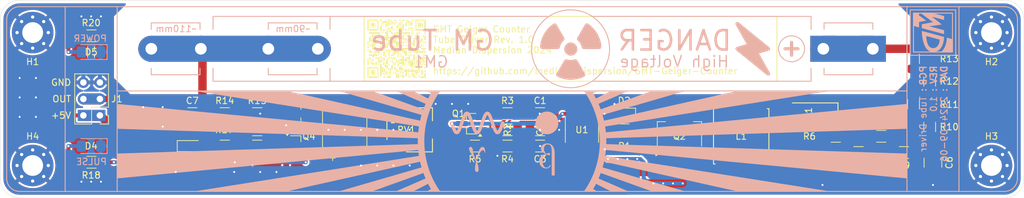
<source format=kicad_pcb>
(kicad_pcb (version 20240108) (generator "pcbnew") (generator_version "8.0")
  (title_block (title "Tube Driver") (date "2024-09-06") (rev "1.0") (company "https://github.com/median-dispersion/GMT-Geiger-Counter"))
  (layers (0 "F.Cu" signal) (31 "B.Cu" signal) (34 "B.Paste" user) (35 "F.Paste" user) (36 "B.SilkS" user "B.Silkscreen") (37 "F.SilkS" user "F.Silkscreen") (38 "B.Mask" user) (39 "F.Mask" user) (44 "Edge.Cuts" user))
  (net 0 "")
  (net 1 "GND")
  (net 2 "Net-(D2-K)")
  (net 3 "Net-(U1-CV)")
  (net 4 "+5V")
  (net 5 "Net-(D1-K)")
  (net 6 "Net-(C6-Pad1)")
  (net 7 "Net-(C7-Pad1)")
  (net 8 "Net-(D1-A)")
  (net 9 "Net-(D2-A)")
  (net 10 "Net-(D3-A)")
  (net 11 "Net-(D3-K)")
  (net 12 "Net-(D4-A)")
  (net 13 "Net-(D5-A)")
  (net 14 "Net-(GM1-Pad1)")
  (net 15 "Net-(Q1-C)")
  (net 16 "Net-(Q1-B)")
  (net 17 "Net-(Q2-B)")
  (net 18 "Net-(Q3-B)")
  (net 19 "Net-(Q3-C)")
  (net 20 "Net-(Q4-B)")
  (net 21 "Net-(Q4-C)")
  (net 22 "Net-(U1-Q)")
  (net 23 "Net-(R5-Pad2)")
  (net 24 "Net-(R6-Pad2)")
  (net 25 "Net-(R7-Pad2)")
  (net 26 "Net-(R8-Pad2)")
  (net 27 "Net-(R10-Pad2)")
  (net 28 "Net-(R11-Pad2)")
  (net 29 "Net-(R12-Pad2)")
  (footprint "Resistor_SMD:R_1206_3216Metric_Pad1.30x1.75mm_HandSolder" (layer "F.Cu") (at 104.55 108)
    (property "Reference" "R14")
    (property "Value" "22k")
  )
  (footprint "Resistor_SMD:R_1206_3216Metric_Pad1.30x1.75mm_HandSolder" (layer "F.Cu") (at 109.55 113)
    (property "Reference" "R16")
    (property "Value" "10k")
  )
  (footprint "Capacitor_SMD:C_1210_3225Metric_Pad1.33x2.70mm_HandSolder" (layer "F.Cu") (at 196.5 115.5625 -90)
    (property "Reference" "C5")
    (property "Value" "47pF")
  )
  (footprint "Capacitor_SMD:C_1206_3216Metric_Pad1.33x1.80mm_HandSolder" (layer "F.Cu") (at 99.5625 108 180)
    (property "Reference" "C7")
    (property "Value" "820pF")
  )
  (footprint "Capacitor_SMD:C_1206_3216Metric_Pad1.33x1.80mm_HandSolder" (layer "F.Cu") (at 153.0625 108)
    (property "Reference" "C1")
    (property "Value" "1nF")
  )
  (footprint "Package_TO_SOT_SMD:SOT-23_Handsoldering" (layer "F.Cu") (at 142.5 109.55 180)
    (property "Reference" "Q1")
    (property "Value" "MMBT3904")
  )
  (footprint "Resistor_SMD:R_1206_3216Metric_Pad1.30x1.75mm_HandSolder" (layer "F.Cu") (at 213 103.05 90)
    (property "Reference" "R12")
    (property "Value" "1.2M")
  )
  (footprint "Resistor_SMD:R_1206_3216Metric_Pad1.30x1.75mm_HandSolder" (layer "F.Cu") (at 148.05 113)
    (property "Reference" "R4")
    (property "Value" "100k")
  )
  (footprint "Resistor_SMD:R_1206_3216Metric_Pad1.30x1.75mm_HandSolder" (layer "F.Cu") (at 210.5 99.55 90)
    (property "Reference" "R13")
    (property "Value" "1.2M")
  )
  (footprint "Resistor_SMD:R_1206_3216Metric_Pad1.30x1.75mm_HandSolder" (layer "F.Cu") (at 210.5 106.55 90)
    (property "Reference" "R11")
    (property "Value" "1.2M")
  )
  (footprint "Package_TO_SOT_SMD:SOT-223" (layer "F.Cu") (at 174.5 111.15 90)
    (property "Reference" "Q2")
    (property "Value" "STN2580")
  )
  (footprint "Resistor_SMD:R_1206_3216Metric_Pad1.30x1.75mm_HandSolder" (layer "F.Cu") (at 202.05 114)
    (property "Reference" "R7")
    (property "Value" "240k")
  )
  (footprint "Capacitor_SMD:C_1210_3225Metric_Pad1.33x2.70mm_HandSolder" (layer "F.Cu") (at 213.5 115.5625 -90)
    (property "Reference" "C6")
    (property "Value" "47pF")
  )
  (footprint "Diode_SMD:D_SOD-323_HandSoldering" (layer "F.Cu") (at 165.75 108 180)
    (property "Reference" "D2")
    (property "Value" "1N914BWS")
  )
  (footprint "Resistor_SMD:R_1206_3216Metric_Pad1.30x1.75mm_HandSolder" (layer "F.Cu") (at 84.05 115.5 180)
    (property "Reference" "R18")
    (property "Value" "150")
  )
  (footprint "Diode_SMD:D_SOD-323_HandSoldering" (layer "F.Cu") (at 99.25 113)
    (property "Reference" "D3")
    (property "Value" "RB751V-40")
  )
  (footprint "Resistor_SMD:R_1206_3216Metric_Pad1.30x1.75mm_HandSolder" (layer "F.Cu") (at 84.05 96 180)
    (property "Reference" "R20")
    (property "Value" "1k")
  )
  (footprint "Connector_PinHeader_2.54mm:PinHeader_2x03_P2.54mm_Vertical" (layer "F.Cu") (at 85.34 108.275 180)
    (property "Reference" "J1")
    (property "Value" "I/O")
  )
  (footprint "Footprints:RV_3361P" (layer "F.Cu") (at 133 110.5)
    (property "Reference" "RV1")
    (property "Value" "10")
  )
  (footprint "Capacitor_SMD:C_1206_3216Metric_Pad1.33x1.80mm_HandSolder" (layer "F.Cu") (at 153.0625 110.5)
    (property "Reference" "C2")
    (property "Value" "10nF")
  )
  (footprint "Package_SO:SOIC-8_3.9x4.9mm_P1.27mm" (layer "F.Cu") (at 159.5 110.5 -90)
    (property "Reference" "U1")
    (property "Value" "NE555D")
  )
  (footprint "Resistor_SMD:R_1206_3216Metric_Pad1.30x1.75mm_HandSolder" (layer "F.Cu") (at 104.55 113 180)
    (property "Reference" "R19")
    (property "Value" "10k")
  )
  (footprint "Resistor_SMD:R_1206_3216Metric_Pad1.30x1.75mm_HandSolder" (layer "F.Cu") (at 213 110.05 90)
    (property "Reference" "R10")
    (property "Value" "1.2M")
  )
  (footprint "Resistor_SMD:R_1206_3216Metric_Pad1.30x1.75mm_HandSolder" (layer "F.Cu") (at 205.55 111.5)
    (property "Reference" "R8")
    (property "Value" "240k")
  )
  (footprint "MountingHole:MountingHole_3.2mm_M3_Pad_Via" (layer "F.Cu") (at 75 116)
    (property "Reference" "H4")
    (property "Value" "M3")
  )
  (footprint "Resistor_SMD:R_1206_3216Metric_Pad1.30x1.75mm_HandSolder" (layer "F.Cu") (at 109.55 108)
    (property "Reference" "R15")
    (property "Value" "22k")
  )
  (footprint "MountingHole:MountingHole_3.2mm_M3_Pad_Via" (layer "F.Cu") (at 222.5 95.5)
    (property "Reference" "H2")
    (property "Value" "M3")
  )
  (footprint "MountingHole:MountingHole_3.2mm_M3_Pad_Via" (layer "F.Cu") (at 222.5 116)
    (property "Reference" "H3")
    (property "Value" "M3")
  )
  (footprint "Resistor_SMD:R_1206_3216Metric_Pad1.30x1.75mm_HandSolder" (layer "F.Cu") (at 143.05 113 180)
    (property "Reference" "R5")
    (property "Value" "15")
  )
  (footprint "Resistor_SMD:R_1206_3216Metric_Pad1.30x1.75mm_HandSolder" (layer "F.Cu") (at 109.55 110.5 180)
    (property "Reference" "R17")
    (property "Value" "10k")
  )
  (footprint "Footprints:L_8065_HandSolder" (layer "F.Cu") (at 184 111.5 90)
    (property "Reference" "L1")
    (property "Value" "10mH")
  )
  (footprint "Resistor_SMD:R_1206_3216Metric_Pad1.30x1.75mm_HandSolder" (layer "F.Cu") (at 148.05 108 180)
    (property "Reference" "R3")
    (property "Value" "220k")
  )
  (footprint "Footprints:D_SMA_HV_Handsoldering" (layer "F.Cu") (at 194.375 108 180)
    (property "Reference" "D1")
    (property "Value" "RS1J")
  )
  (footprint "Resistor_SMD:R_1206_3216Metric_Pad1.30x1.75mm_HandSolder" (layer "F.Cu") (at 209.05 114)
    (property "Reference" "R9")
    (property "Value" "240k")
  )
  (footprint "MountingHole:MountingHole_3.2mm_M3_Pad_Via" (layer "F.Cu") (at 75 95.5)
    (property "Reference" "H1")
    (property "Value" "M3")
  )
  (footprint "Capacitor_SMD:CP_Elec_6.3x5.4" (layer "F.Cu") (at 123 110.8 90)
    (property "Reference" "C4")
    (property "Value" "100uF")
  )
  (footprint "Resistor_SMD:R_1206_3216Metric_Pad1.30x1.75mm_HandSolder" (layer "F.Cu") (at 148.05 110.5 180)
    (property "Reference" "R2")
    (property "Value" "1k")
  )
  (footprint "Resistor_SMD:R_1206_3216Metric_Pad1.30x1.75mm_HandSolder" (layer "F.Cu") (at 166.05 110.5)
    (property "Reference" "R1")
    (property "Value" "330")
  )
  (footprint "Package_TO_SOT_SMD:SOT-23_Handsoldering" (layer "F.Cu") (at 115.5 113)
    (property "Reference" "Q4")
    (property "Value" "MMBT3906")
  )
  (footprint "Capacitor_SMD:C_1206_3216Metric_Pad1.33x1.80mm_HandSolder" (layer "F.Cu") (at 153.0625 113)
    (property "Reference" "C3")
    (property "Value" "10nF")
  )
  (footprint "Package_TO_SOT_SMD:SOT-23_Handsoldering" (layer "F.Cu") (at 115.5 108)
    (property "Reference" "Q3")
    (property "Value" "MMBT3904")
  )
  (footprint "Resistor_SMD:R_1206_3216Metric_Pad1.30x1.75mm_HandSolder" (layer "F.Cu") (at 198.55 111.5)
    (property "Reference" "R6")
    (property "Value" "240k")
  )
  (footprint "Footprints:GM_Tube_Mount" (layer "B.Cu") (at 206.75 91 180)
    (property "Reference" "GM1")
    (property "Value" "Geiger-Müller Tube")
  )
  (footprint "LED_SMD:LED_1206_3216Metric_Pad1.42x1.75mm_HandSolder" (layer "B.Cu") (at 83.9875 98.5 180)
    (property "Reference" "D5")
    (property "Value" "RED")
  )
  (footprint "LED_SMD:LED_1206_3216Metric_Pad1.42x1.75mm_HandSolder" (layer "B.Cu") (at 83.9875 113 180)
    (property "Reference" "D4")
    (property "Value" "GREEN")
  )
  (gr_line (start 71 93.5) (end 71 118) (stroke (width 0.15)) (layer "B.SilkS"))
  (gr_line (start 209.5 91.5) (end 209.5 120) (stroke (width 0.15)) (layer "B.SilkS"))
  (gr_poly (pts (xy 211.788224 95.388001) (xy 211.811662 95.755615) (xy 211.837193 96.001218) (xy 211.87528 96.275344) (xy 211.928433 96.568484) (xy 211.999166 96.871131) (xy 212.089987 97.173778) (xy 212.143716 97.322131) (xy 212.203409 97.466918) (xy 212.26938 97.606952) (xy 212.341942 97.741044) (xy 212.421411 97.868005) (xy 212.508099 97.986647) (xy 212.60232 98.095782) (xy 212.704389 98.194222) (xy 212.814619 98.280777) (xy 212.933325 98.354261) (xy 213.060819 98.413483) (xy 213.197416 98.457256) (xy 213.343431 98.484391) (xy 213.499176 98.4937) (xy 213.654921 98.487026) (xy 213.800935 98.467574) (xy 213.937532 98.436193) (xy 214.065026 98.393738) (xy 214.183732 98.341059) (xy 214.293962 98.279009) (xy 214.396031 98.208439) (xy 214.490252 98.130201) (xy 214.57694 98.045148) (xy 214.656409 97.954132) (xy 214.728972 97.858003) (xy 214.794942 97.757615) (xy 214.854635 97.653819) (xy 214.908364 97.547467) (xy 214.956443 97.439412) (xy 214.999186 97.330504) (xy 215.069918 97.113541) (xy 215.123072 96.903393) (xy 215.161159 96.706876) (xy 215.186689 96.530806) (xy 215.210128 96.26727) (xy 215.213476 96.167308) (xy 212.470706 95.43236) (xy 212.470706 96.032369) (xy 214.527857 96.58358) (xy 214.525848 96.639874) (xy 214.521076 96.704484) (xy 214.511785 96.788286) (xy 214.496467 96.88744) (xy 214.473615 96.99811) (xy 214.441724 97.116456) (xy 214.399285 97.23864) (xy 214.373639 97.299972) (xy 214.344792 97.360824) (xy 214.312555 97.420716) (xy 214.27674 97.479169) (xy 214.237157 97.535704) (xy 214.19362 97.589839) (xy 214.145939 97.641095) (xy 214.093927 97.688993) (xy 214.037394 97.733053) (xy 213.976153 97.772795) (xy 213.910015 97.807739) (xy 213.838792 97.837405) (xy 213.762295 97.861315) (xy 213.680337 97.878986) (xy 213.592729 97.889941) (xy 213.499282 97.8937) (xy 213.405835 97.88836) (xy 213.318227 97.872796) (xy 213.236269 97.847689) (xy 213.159773 97.813721) (xy 213.08855 97.771573) (xy 213.022412 97.721927) (xy 212.961171 97.665464) (xy 212.904639 97.602867) (xy 212.852626 97.534816) (xy 212.804945 97.461995) (xy 212.761408 97.385083) (xy 212.721826 97.304763) (xy 212.68601 97.221717) (xy 212.653773 97.136625) (xy 212.59928 96.963035) (xy 212.556841 96.789444) (xy 212.524949 96.621306) (xy 212.502097 96.464074) (xy 212.486779 96.323202) (xy 212.472716 96.112348) (xy 212.470706 96.032369) (xy 212.470706 95.43236) (xy 211.784981 95.248615) (xy 211.784875 95.248562)) (stroke (width -0.000001)) (fill solid) (layer "B.SilkS"))
  (gr_poly (pts (xy 210.499255 94.475637) (xy 211.356406 94.705292) (xy 211.356406 93.8669) (xy 212.453535 93.653483) (xy 211.356406 92.852081) (xy 211.356406 92.493753) (xy 210.499255 92.493753)) (stroke (width -0.000001)) (fill solid) (layer "B.SilkS"))
  (gr_line (start 73 120) (end 224.5 120) (stroke (width 0.15)) (layer "B.SilkS"))
  (gr_rect (start 210.5 92.5) (end 216.5 98.5) (stroke (width 0.15)) (fill none) (layer "B.SilkS"))
  (gr_poly (pts (xy 154.037812 107.68507) (xy 153.951605 107.691459) (xy 153.866129 107.702052) (xy 153.781528 107.71679) (xy 153.697946 107.735614) (xy 153.615527 107.758463) (xy 153.534413 107.78528) (xy 153.454748 107.816003) (xy 153.376676 107.850574) (xy 153.300341 107.888934) (xy 153.225885 107.931022) (xy 153.153453 107.97678) (xy 153.083188 108.026148) (xy 153.015233 108.079067) (xy 152.949733 108.135477) (xy 152.88683 108.19532) (xy 152.826969 108.258205) (xy 152.770539 108.323689) (xy 152.7176 108.391629) (xy 152.668211 108.461882) (xy 152.622431 108.534304) (xy 152.58032 108.608753) (xy 152.541938 108.685085) (xy 152.507343 108.763158) (xy 152.476595 108.842827) (xy 152.449754 108.92395) (xy 152.42688 109.006384) (xy 152.408031 109.089986) (xy 152.393267 109.174612) (xy 152.382648 109.26012) (xy 152.376233 109.346365) (xy 152.374081 109.433206) (xy 152.376244 109.519984) (xy 152.382668 109.606173) (xy 152.393295 109.691628) (xy 152.408065 109.776207) (xy 152.426918 109.859766) (xy 152.449796 109.942162) (xy 152.476638 110.023251) (xy 152.507385 110.102889) (xy 152.541978 110.180935) (xy 152.580357 110.257243) (xy 152.622464 110.33167) (xy 152.668238 110.404074) (xy 152.71762 110.47431) (xy 152.770551 110.542236) (xy 152.826972 110.607707) (xy 152.886822 110.670581) (xy 152.949713 110.730413) (xy 153.015201 110.786814) (xy 153.083143 110.839725) (xy 153.153396 110.889087) (xy 153.225816 110.93484) (xy 153.300261 110.976926) (xy 153.376587 111.015283) (xy 153.454652 111.049854) (xy 153.534312 111.080579) (xy 153.615424 111.107397) (xy 153.697845 111.130251) (xy 153.781432 111.14908) (xy 153.866041 111.163826) (xy 153.951531 111.174428) (xy 154.037757 111.180828) (xy 154.124577 111.182965) (xy 154.214614 111.180664) (xy 154.303468 111.173885) (xy 154.39103 111.162736) (xy 154.477189 111.147328) (xy 154.561836 111.127772) (xy 154.64486 111.104176) (xy 154.726152 111.076652) (xy 154.805602 111.045308) (xy 154.883101 111.010255) (xy 154.958537 110.971603) (xy 155.031802 110.929461) (xy 155.102785 110.883941) (xy 155.171377 110.835151) (xy 155.237467 110.783201) (xy 155.300946 110.728202) (xy 155.361704 110.670264) (xy 155.419631 110.609496) (xy 155.474617 110.546009) (xy 155.526552 110.479912) (xy 155.575327 110.411315) (xy 155.620831 110.340329) (xy 155.662955 110.267062) (xy 155.701588 110.191627) (xy 155.736622 110.114131) (xy 155.767945 110.034685) (xy 155.795448 109.9534) (xy 155.819022 109.870384) (xy 155.838556 109.785749) (xy 155.85394 109.699603) (xy 155.865065 109.612058) (xy 155.87182 109.523222) (xy 155.874096 109.433206) (xy 155.871958 109.346428) (xy 155.865559 109.260238) (xy 155.854956 109.174779) (xy 155.84021 109.090196) (xy 155.821381 109.006632) (xy 155.798527 108.924229) (xy 155.771708 108.843133) (xy 155.740983 108.763485) (xy 155.706413 108.68543) (xy 155.668055 108.609111) (xy 155.62597 108.534671) (xy 155.580217 108.462255) (xy 155.530856 108.392004) (xy 155.477945 108.324063) (xy 155.421545 108.258576) (xy 155.361714 108.195685) (xy 155.29884 108.135835) (xy 155.233369 108.079415) (xy 155.165443 108.026484) (xy 155.095207 107.977102) (xy 155.022803 107.931328) (xy 154.948376 107.889222) (xy 154.872067 107.850842) (xy 154.794023 107.816249) (xy 154.714384 107.785501) (xy 154.633295 107.758659) (xy 154.5509 107.735782) (xy 154.467341 107.716928) (xy 154.382763 107.702158) (xy 154.297309 107.691532) (xy 154.211121 107.685107) (xy 154.12448 107.682948)) (stroke (width -0.000001)) (fill solid) (layer "B.SilkS"))
  (gr_line (start 226.5 118) (end 226.5 93.5) (stroke (width 0.15)) (layer "B.SilkS"))
  (gr_arc (start 224.5 91.5) (mid 225.914214 92.085786) (end 226.5 93.5) (stroke (width 0.15)) (layer "B.SilkS"))
  (gr_poly (pts (xy 211.785086 92.634433) (xy 213.499387 93.886636) (xy 211.785086 94.220146) (xy 211.785086 94.820146) (xy 215.213582 95.738838) (xy 215.213582 95.138839) (xy 212.95286 94.533071) (xy 214.865362 94.252663) (xy 213.349288 93.053589) (xy 215.213582 93.5531) (xy 215.213582 92.9531) (xy 213.499282 92.493753) (xy 211.784981 92.493753)) (stroke (width -0.000001)) (fill solid) (layer "B.SilkS"))
  (gr_arc (start 226.5 118) (mid 225.914214 119.414214) (end 224.5 120) (stroke (width 0.15)) (layer "B.SilkS"))
  (gr_poly (pts (xy 144.91793 107.68505) (xy 144.896384 107.68732) (xy 144.875082 107.690657) (xy 144.854065 107.695005) (xy 144.833371 107.700307) (xy 144.813042 107.706508) (xy 144.793118 107.713551) (xy 144.773638 107.721381) (xy 144.754643 107.72994) (xy 144.736172 107.739174) (xy 144.718266 107.749025) (xy 144.700965 107.759438) (xy 144.684309 107.770357) (xy 144.668338 107.781725) (xy 144.653092 107.793487) (xy 144.636376 107.807343) (xy 144.620193 107.821616) (xy 144.604513 107.836304) (xy 144.589304 107.851404) (xy 144.574537 107.866914) (xy 144.56018 107.88283) (xy 144.546203 107.89915) (xy 144.532575 107.915871) (xy 144.519266 107.932991) (xy 144.506244 107.950506) (xy 144.493479 107.968415) (xy 144.48094 107.986713) (xy 144.456419 108.024471) (xy 144.432434 108.063758) (xy 144.431923 108.063758) (xy 144.385191 108.146843) (xy 144.339933 108.235798) (xy 144.295914 108.330233) (xy 144.252901 108.429757) (xy 144.210659 108.533981) (xy 144.168954 108.642514) (xy 144.127553 108.754965) (xy 144.08622 108.870944) (xy 143.761177 109.829021) (xy 143.721293 109.940443) (xy 143.681512 110.047397) (xy 143.642054 110.149018) (xy 143.60314 110.244439) (xy 143.564991 110.332794) (xy 143.527828 110.413218) (xy 143.491869 110.484844) (xy 143.474411 110.517087) (xy 143.457337 110.546806) (xy 143.450496 110.558113) (xy 143.443857 110.568674) (xy 143.437417 110.578527) (xy 143.431175 110.587708) (xy 143.425129 110.596255) (xy 143.419277 110.604203) (xy 143.413617 110.611591) (xy 143.408148 110.618455) (xy 143.402868 110.624832) (xy 143.397774 110.630759) (xy 143.392866 110.636273) (xy 143.38814 110.641411) (xy 143.379231 110.650707) (xy 143.371033 110.658943) (xy 143.370514 110.658427) (xy 143.357894 110.643598) (xy 143.344087 110.625793) (xy 143.329238 110.605103) (xy 143.313492 110.581618) (xy 143.296994 110.555428) (xy 143.279888 110.526625) (xy 143.262319 110.495299) (xy 143.244431 110.461541) (xy 143.207887 110.38702) (xy 143.170421 110.303969) (xy 143.132169 110.213244) (xy 143.093266 110.115702) (xy 143.053848 110.012201) (xy 143.014051 109.903598) (xy 142.933861 109.674515) (xy 142.771798 109.191524) (xy 142.689679 108.950139) (xy 142.606759 108.716967) (xy 142.565123 108.605433) (xy 142.523438 108.498311) (xy 142.481318 108.395855) (xy 142.438379 108.29832) (xy 142.394234 108.205961) (xy 142.371588 108.161802) (xy 142.348497 108.119032) (xy 142.324912 108.077684) (xy 142.300785 108.037789) (xy 142.276067 107.999379) (xy 142.25071 107.962485) (xy 142.237728 107.94453) (xy 142.224522 107.926908) (xy 142.211053 107.909643) (xy 142.19728 107.892758) (xy 142.183164 107.876278) (xy 142.168665 107.860225) (xy 142.153744 107.844623) (xy 142.13836 107.829496) (xy 142.122475 107.814867) (xy 142.106048 107.80076) (xy 142.089039 107.787198) (xy 142.071409 107.774205) (xy 142.053118 107.761804) (xy 142.034126 107.750019) (xy 142.014394 107.738873) (xy 141.993882 107.728391) (xy 141.97248 107.718859) (xy 141.950186 107.71056) (xy 141.927123 107.7035) (xy 141.903413 107.697688) (xy 141.87918 107.693129) (xy 141.854544 107.689832) (xy 141.82963 107.687805) (xy 141.804558 107.687053) (xy 141.779452 107.687585) (xy 141.754435 107.689409) (xy 141.729628 107.692531) (xy 141.705154 107.696958) (xy 141.681135 107.702699) (xy 141.657695 107.709761) (xy 141.634955 107.71815) (xy 141.613038 107.727874) (xy 141.571551 107.749774) (xy 141.532937 107.773781) (xy 141.496974 107.799834) (xy 141.46344 107.827872) (xy 141.432112 107.857832) (xy 141.402769 107.889655) (xy 141.375188 107.923279) (xy 141.349148 107.958643) (xy 141.324427 107.995685) (xy 141.300802 108.034344) (xy 141.278052 108.074559) (xy 141.255954 108.116269) (xy 141.212828 108.203928) (xy 141.169648 108.296831) (xy 141.126274 108.394866) (xy 141.08354 108.498063) (xy 141.041351 108.605809) (xy 140.999614 108.717493) (xy 140.917118 108.950224) (xy 140.835297 109.191356) (xy 140.672845 109.674797) (xy 140.592762 109.903915) (xy 140.55315 110.012436) (xy 140.513878 110.115832) (xy 140.494394 110.165005) (xy 140.474834 110.212622) (xy 140.455278 110.258575) (xy 140.435807 110.302759) (xy 140.4165 110.345068) (xy 140.397438 110.385396) (xy 140.3787 110.423637) (xy 140.360368 110.459684) (xy 140.342521 110.493432) (xy 140.32524 110.524774) (xy 140.308605 110.553604) (xy 140.292696 110.579817) (xy 140.277593 110.603307) (xy 140.263376 110.623966) (xy 140.250126 110.64169) (xy 140.237923 110.656372) (xy 140.220569 110.636599) (xy 140.198251 110.607389) (xy 140.17173 110.56893) (xy 140.14177 110.521413) (xy 140.109133 110.465025) (xy 140.074583 110.399955) (xy 140.038882 110.326391) (xy 140.020838 110.286484) (xy 140.002793 110.244524) (xy 139.964134 110.149294) (xy 139.925053 110.047796) (xy 139.845825 109.829352) (xy 139.765502 109.595901) (xy 139.684479 109.354153) (xy 139.680268 109.342488) (xy 139.675506 109.331094) (xy 139.670207 109.319991) (xy 139.664386 109.309193) (xy 139.658058 109.298717) (xy 139.651237 109.288581) (xy 139.643938 109.278802) (xy 139.636175 109.269395) (xy 139.627962 109.260378) (xy 139.619314 109.251768) (xy 139.610246 109.24358) (xy 139.600772 109.235833) (xy 139.590906 109.228543) (xy 139.580663 109.221726) (xy 139.570058 109.215399) (xy 139.559105 109.209579) (xy 139.547879 109.204309) (xy 139.536455 109.199622) (xy 139.524856 109.195518) (xy 139.513104 109.192) (xy 139.501222 109.189069) (xy 139.489231 109.186727) (xy 139.477154 109.184974) (xy 139.465012 109.183814) (xy 139.452828 109.183247) (xy 139.440624 109.183275) (xy 139.428422 109.183899) (xy 139.416244 109.185121) (xy 139.404113 109.186943) (xy 139.39205 109.189367) (xy 139.380078 109.192392) (xy 139.368218 109.196023) (xy 139.356554 109.200234) (xy 139.345162 109.204996) (xy 139.334059 109.210295) (xy 139.323261 109.216116) (xy 139.312787 109.222444) (xy 139.302651 109.229266) (xy 139.292871 109.236566) (xy 139.283465 109.244329) (xy 139.274448 109.252542) (xy 139.265837 109.26119) (xy 139.25765 109.270259) (xy 139.249902 109.279733) (xy 139.242612 109.289598) (xy 139.235795 109.29984) (xy 139.229468 109.310444) (xy 139.223649 109.321396) (xy 139.218379 109.332623) (xy 139.213691 109.344047) (xy 139.209587 109.355645) (xy 139.206069 109.367397) (xy 139.203137 109.379279) (xy 139.200795 109.39127) (xy 139.199042 109.403347) (xy 139.197881 109.415488) (xy 139.197314 109.427672) (xy 139.197341 109.439875) (xy 139.197965 109.452077) (xy 139.199188 109.464254) (xy 139.20101 109.476385) (xy 139.203434 109.488447) (xy 139.20646 109.500419) (xy 139.210091 109.512278) (xy 139.291548 109.755649) (xy 139.373604 109.994514) (xy 139.415001 110.110581) (xy 139.456719 110.223512) (xy 139.498817 110.332635) (xy 139.541352 110.437282) (xy 139.583718 110.536844) (xy 139.625913 110.630878) (xy 139.647311 110.675791) (xy 139.669103 110.719284) (xy 139.691436 110.761345) (xy 139.714455 110.801962) (xy 139.738306 110.841122) (xy 139.763136 110.878813) (xy 139.789089 110.915023) (xy 139.816313 110.949739) (xy 139.844951 110.982949) (xy 139.875151 111.01464) (xy 139.907059 111.0448) (xy 139.940819 111.073416) (xy 139.958664 111.087036) (xy 139.97744 111.100026) (xy 139.997078 111.112319) (xy 140.017509 111.123843) (xy 140.038664 111.134529) (xy 140.060475 111.144307) (xy 140.082872 111.153107) (xy 140.105786 111.16086) (xy 140.129149 111.167494) (xy 140.152891 111.172941) (xy 140.176944 111.17713) (xy 140.201238 111.179992) (xy 140.225705 111.181457) (xy 140.250276 111.181454) (xy 140.274882 111.179914) (xy 140.299454 111.176767) (xy 140.323625 111.172168) (xy 140.347087 111.16636) (xy 140.369851 111.159408) (xy 140.39193 111.151376) (xy 140.413337 111.142326) (xy 140.434083 111.132322) (xy 140.454181 111.121428) (xy 140.473644 111.109708) (xy 140.492483 111.097226) (xy 140.510712 111.084044) (xy 140.528343 111.070226) (xy 140.545388 111.055837) (xy 140.561859 111.040939) (xy 140.57777 111.025597) (xy 140.593131 111.009873) (xy 140.607956 110.993832) (xy 140.636397 110.960847) (xy 140.663751 110.926392) (xy 140.690103 110.89048) (xy 140.715538 110.853126) (xy 140.74014 110.814342) (xy 140.763994 110.774143) (xy 140.787184 110.732541) (xy 140.809796 110.68955) (xy 140.853621 110.599455) (xy 140.896146 110.503967) (xy 140.938048 110.403193) (xy 140.980004 110.297242) (xy 140.980004 110.296724) (xy 141.021971 110.186293) (xy 141.063656 110.07219) (xy 141.146274 109.835829) (xy 141.309174 109.350527) (xy 141.389826 109.113612) (xy 141.429906 108.99944) (xy 141.469707 108.889266) (xy 141.509143 108.783941) (xy 141.548128 108.684321) (xy 141.586575 108.59126) (xy 141.624398 108.505611) (xy 141.63269 108.487835) (xy 141.640928 108.470715) (xy 141.649101 108.454241) (xy 141.657198 108.438403) (xy 141.665207 108.423193) (xy 141.673118 108.408599) (xy 141.6886 108.381226) (xy 141.703555 108.356204) (xy 141.717893 108.333459) (xy 141.731527 108.312911) (xy 141.744367 108.294485) (xy 141.756325 108.278102) (xy 141.767311 108.263685) (xy 141.777237 108.251157) (xy 141.786014 108.240441) (xy 141.799765 108.224135) (xy 141.804562 108.21839) (xy 141.807854 108.214148) (xy 141.81008 108.216182) (xy 141.812116 108.217954) (xy 141.81578 108.220974) (xy 141.819173 108.223739) (xy 141.82087 108.225192) (xy 141.822622 108.226782) (xy 141.824469 108.228574) (xy 141.826453 108.230636) (xy 141.828614 108.233033) (xy 141.830993 108.235833) (xy 141.833631 108.239102) (xy 141.836569 108.242906) (xy 141.839847 108.247313) (xy 141.843506 108.252388) (xy 141.874688 108.300129) (xy 141.908233 108.358757) (xy 141.943756 108.427377) (xy 141.980871 108.505093) (xy 142.019192 108.591012) (xy 142.058333 108.684236) (xy 142.097909 108.783872) (xy 142.137536 108.889025) (xy 142.217098 109.113132) (xy 142.29751 109.350078) (xy 142.460511 109.836254) (xy 142.542841 110.072342) (xy 142.584308 110.186076) (xy 142.626154 110.296247) (xy 142.668515 110.40234) (xy 142.711525 110.503838) (xy 142.755317 110.600226) (xy 142.800026 110.690986) (xy 142.822767 110.734131) (xy 142.845828 110.775714) (xy 142.869354 110.81575) (xy 142.893488 110.854257) (xy 142.905828 110.872941) (xy 142.918374 110.891249) (xy 142.931144 110.909182) (xy 142.944155 110.926743) (xy 142.957427 110.943932) (xy 142.970976 110.960753) (xy 142.98482 110.977208) (xy 142.998978 110.993297) (xy 143.013545 111.009111) (xy 143.028622 111.024689) (xy 143.044237 111.039959) (xy 143.060412 111.054849) (xy 143.077175 111.069288) (xy 143.094549 111.083204) (xy 143.11256 111.096524) (xy 143.131234 111.109178) (xy 143.150594 111.121093) (xy 143.170668 111.132197) (xy 143.191479 111.142419) (xy 143.213053 111.151687) (xy 143.235415 111.159929) (xy 143.25859 111.167074) (xy 143.282603 111.173049) (xy 143.30748 111.177782) (xy 143.332708 111.180987) (xy 143.357842 111.182502) (xy 143.382823 111.18241) (xy 143.407589 111.180794) (xy 143.432081 111.177738) (xy 143.456238 111.173325) (xy 143.48 111.167638) (xy 143.503307 111.160761) (xy 143.526098 111.152777) (xy 143.548312 111.143768) (xy 143.569891 111.133819) (xy 143.590772 111.123013) (xy 143.610896 111.111433) (xy 143.630203 111.099162) (xy 143.648632 111.086283) (xy 143.666123 111.07288) (xy 143.682852 111.05903) (xy 143.699056 111.044753) (xy 143.714764 111.030053) (xy 143.730006 111.014933) (xy 143.744811 110.999397) (xy 143.759209 110.983449) (xy 143.773229 110.967092) (xy 143.786901 110.950331) (xy 143.800255 110.933168) (xy 143.813319 110.915608) (xy 143.826124 110.897654) (xy 143.838699 110.87931) (xy 143.863278 110.841466) (xy 143.887291 110.802107) (xy 143.93399 110.719028) (xy 143.979232 110.630086) (xy 144.023247 110.535667) (xy 144.066266 110.436157) (xy 144.108519 110.331942) (xy 144.150238 110.223407) (xy 144.191653 110.110938) (xy 144.232995 109.994921) (xy 144.558037 109.036844) (xy 144.597936 108.925422) (xy 144.637736 108.818439) (xy 144.677211 108.716775) (xy 144.716138 108.621311) (xy 144.754294 108.532926) (xy 144.791453 108.452503) (xy 144.827391 108.38092) (xy 144.844833 108.34872) (xy 144.861885 108.31906) (xy 144.868443 108.308224) (xy 144.874803 108.298097) (xy 144.880971 108.288642) (xy 144.88695 108.279824) (xy 144.892742 108.271605) (xy 144.898351 108.263951) (xy 144.90378 108.256825) (xy 144.909032 108.250192) (xy 144.914111 108.244015) (xy 144.91902 108.238258) (xy 144.923762 108.232887) (xy 144.928341 108.227863) (xy 144.93702 108.21872) (xy 144.945084 108.210539) (xy 144.946084 108.212941) (xy 144.948256 108.216137) (xy 144.955919 108.22534) (xy 144.967692 108.239006) (xy 144.98319 108.257994) (xy 145.002032 108.283161) (xy 145.012587 108.29833) (xy 145.023835 108.315366) (xy 145.035727 108.334376) (xy 145.048216 108.355468) (xy 145.061253 108.378748) (xy 145.074791 108.404324) (xy 145.111358 108.478927) (xy 145.148835 108.562018) (xy 145.18709 108.652748) (xy 145.22599 108.750271) (xy 145.265399 108.85374) (xy 145.305186 108.962307) (xy 145.385353 109.191349) (xy 145.547399 109.67436) (xy 145.629512 109.91574) (xy 145.712456 110.148897) (xy 145.754073 110.260375) (xy 145.795731 110.367465) (xy 145.837823 110.469909) (xy 145.88074 110.567449) (xy 145.924875 110.659824) (xy 145.947521 110.703994) (xy 145.970619 110.746777) (xy 145.994218 110.788139) (xy 146.018365 110.828048) (xy 146.043111 110.866472) (xy 146.068505 110.903379) (xy 146.08148 110.921304) (xy 146.094683 110.938902) (xy 146.108151 110.956149) (xy 146.121925 110.97302) (xy 146.136044 110.989493) (xy 146.150546 111.005542) (xy 146.165472 111.021144) (xy 146.18086 111.036275) (xy 146.196751 111.05091) (xy 146.213182 111.065026) (xy 146.230194 111.078599) (xy 146.247826 111.091604) (xy 146.266117 111.104018) (xy 146.285106 111.115816) (xy 146.304833 111.126975) (xy 146.325337 111.137471) (xy 146.346727 111.147017) (xy 146.369007 111.155335) (xy 146.392055 111.162416) (xy 146.415749 111.168251) (xy 146.439967 111.172832) (xy 146.464589 111.17615) (xy 146.489491 111.178197) (xy 146.514553 111.178963) (xy 146.539652 111.178441) (xy 146.564667 111.176622) (xy 146.589477 111.173497) (xy 146.613959 111.169058) (xy 146.637991 111.163296) (xy 146.661453 111.156202) (xy 146.684222 111.147769) (xy 146.706177 111.137987) (xy 146.706692 111.137987) (xy 146.748018 111.116085) (xy 146.7865 111.092082) (xy 146.822357 111.066036) (xy 146.855809 111.038009) (xy 146.887075 111.008061) (xy 146.916375 110.976252) (xy 146.943929 110.942641) (xy 146.969955 110.90729) (xy 146.994675 110.870258) (xy 147.018306 110.831606) (xy 147.041069 110.791393) (xy 147.063184 110.74968) (xy 147.106346 110.661994) (xy 147.149548 110.56903) (xy 147.192935 110.470968) (xy 147.235677 110.367765) (xy 147.277868 110.260027) (xy 147.319603 110.148358) (xy 147.402091 109.915656) (xy 147.483902 109.674506) (xy 147.538678 109.511208) (xy 147.542308 109.49935) (xy 147.545334 109.487378) (xy 147.547758 109.475316) (xy 147.54958 109.463185) (xy 147.550802 109.451008) (xy 147.551427 109.438806) (xy 147.551455 109.426603) (xy 147.550888 109.414419) (xy 147.549727 109.402278) (xy 147.547975 109.390201) (xy 147.545632 109.37821) (xy 147.542701 109.366328) (xy 147.539183 109.354576) (xy 147.535079 109.342978) (xy 147.530391 109.331554) (xy 147.52512 109.320327) (xy 147.519301 109.309375) (xy 147.512974 109.298771) (xy 147.506158 109.288529) (xy 147.498867 109.278664) (xy 147.49112 109.26919) (xy 147.482933 109.260121) (xy 147.474323 109.251474) (xy 147.465306 109.24326) (xy 147.4559 109.235497) (xy 147.44612 109.228197) (xy 147.435984 109.221376) (xy 147.425509 109.215047) (xy 147.414711 109.209226) (xy 147.403607 109.203928) (xy 147.392213 109.199165) (xy 147.380547 109.194954) (xy 147.368688 109.191324) (xy 147.356716 109.188298) (xy 147.344654 109.185875) (xy 147.332523 109.184053) (xy 147.320345 109.182831) (xy 147.308144 109.182207) (xy 147.29594 109.182179) (xy 147.283756 109.182746) (xy 147.271615 109.183907) (xy 147.259537 109.185659) (xy 147.247547 109.188002) (xy 147.235664 109.190933) (xy 147.223913 109.194451) (xy 147.212314 109.198555) (xy 147.20089 109.203242) (xy 147.189663 109.208512) (xy 147.178712 109.214332) (xy 147.168108 109.220658) (xy 147.157866 109.227475) (xy 147.148001 109.234765) (xy 147.138527 109.242513) (xy 147.129459 109.2507) (xy 147.120812 109.25931) (xy 147.112599 109.268327) (xy 147.104836 109.277734) (xy 147.097537 109.287513) (xy 147.090716 109.297649) (xy 147.084388 109.308124) (xy 147.078568 109.318922) (xy 147.07327 109.330026) (xy 147.068508 109.341419) (xy 147.064297 109.353084) (xy 147.010041 109.515866) (xy 146.929419 109.75267) (xy 146.889351 109.866733) (xy 146.849556 109.976789) (xy 146.810121 110.082003) (xy 146.77113 110.181542) (xy 146.732667 110.27457) (xy 146.694817 110.360252) (xy 146.686527 110.378032) (xy 146.678291 110.395154) (xy 146.67012 110.411629) (xy 146.662024 110.427465) (xy 146.654015 110.442674) (xy 146.646105 110.457264) (xy 146.63062 110.484628) (xy 146.615659 110.509637) (xy 146.60131 110.532369) (xy 146.587661 110.552902) (xy 146.5748 110.571315) (xy 146.562814 110.587687) (xy 146.551793 110.602095) (xy 146.541824 110.614619) (xy 146.532996 110.625337) (xy 146.519113 110.641668) (xy 146.514235 110.647438) (xy 146.510849 110.651716) (xy 146.496244 110.638934) (xy 146.494439 110.637133) (xy 146.492498 110.635069) (xy 146.490383 110.632676) (xy 146.488049 110.629888) (xy 146.485457 110.62664) (xy 146.482563 110.622865) (xy 146.479328 110.618499) (xy 146.475708 110.613476) (xy 146.444596 110.56587) (xy 146.411085 110.507304) (xy 146.375569 110.438689) (xy 146.338441 110.360939) (xy 146.300095 110.274966) (xy 146.260924 110.181683) (xy 146.221321 110.082003) (xy 146.181679 109.976839) (xy 146.102112 109.752791) (xy 146.021701 109.515844) (xy 145.858704 109.029609) (xy 145.776361 108.793576) (xy 145.734886 108.679931) (xy 145.693032 108.569866) (xy 145.650668 108.463882) (xy 145.607662 108.362477) (xy 145.56388 108.266152) (xy 145.519192 108.175407) (xy 145.473784 108.088949) (xy 145.450638 108.047149) (xy 145.426892 108.006571) (xy 145.40232 107.967419) (xy 145.376693 107.929893) (xy 145.349783 107.894197) (xy 145.321362 107.860532) (xy 145.291203 107.829101) (xy 145.2754 107.814287) (xy 145.259077 107.800107) (xy 145.242205 107.786587) (xy 145.224756 107.773751) (xy 145.206702 107.761626) (xy 145.188013 107.750236) (xy 145.168661 107.739607) (xy 145.148619 107.729764) (xy 145.127857 107.720732) (xy 145.106346 107.712537) (xy 145.084059 107.705204) (xy 145.060967 107.698758) (xy 145.037041 107.693225) (xy 145.012253 107.688629) (xy 145.005917 107.687657) (xy 144.999573 107.686808) (xy 144.993227 107.686074) (xy 144.986883 107.685452) (xy 144.980544 107.684937) (xy 144.974216 107.684523) (xy 144.967903 107.684205) (xy 144.961609 107.683978) (xy 144.961609 107.683975) (xy 144.961609 107.683973) (xy 144.961609 107.68397) (xy 144.961608 107.683967) (xy 144.961607 107.683965) (xy 144.961607 107.683962) (xy 144.961605 107.683957) (xy 144.961603 107.683954) (xy 144.961602 107.683951) (xy 144.961597 107.68394) (xy 144.961594 107.683935) (xy 144.93968 107.683903)) (stroke (width -0.000001)) (fill solid) (layer "B.SilkS"))
  (gr_rect (start 210 92) (end 217 99) (stroke (width 0.15)) (fill none) (layer "B.SilkS"))
  (gr_line (start 88 91.5) (end 88 120) (stroke (width 0.15)) (layer "B.SilkS"))
  (gr_line (start 80 91.5) (end 80 120) (stroke (width 0.15)) (layer "B.SilkS"))
  (gr_line (start 88 104.5) (end 209.5 104.5) (stroke (width 0.15)) (layer "B.SilkS"))
  (gr_poly (pts (xy 144.198288 113.133333) (xy 144.198288 113.133334) (xy 144.198289 113.133335) (xy 144.19829 113.133337) (xy 144.198291 113.133338) (xy 144.198292 113.13334) (xy 144.198294 113.133342) (xy 144.198294 113.133343) (xy 144.198295 113.133343) (xy 144.198295 113.133344) (xy 144.198296 113.133345) (xy 144.198296 113.133346) (xy 144.198296 113.133347) (xy 144.183522 113.133701) (xy 144.168836 113.134763) (xy 144.154237 113.136533) (xy 144.139725 113.139011) (xy 144.125301 113.142195) (xy 144.110965 113.146086) (xy 144.096717 113.150684) (xy 144.082557 113.155987) (xy 144.068485 113.161996) (xy 144.054502 113.16871) (xy 144.040607 113.176128) (xy 144.026801 113.184252) (xy 144.013084 113.193079) (xy 143.999455 113.20261) (xy 143.985916 113.212844) (xy 143.972466 113.223781) (xy 143.959151 113.235353) (xy 143.946016 113.247493) (xy 143.933062 113.260202) (xy 143.920286 113.27348) (xy 143.907689 113.287328) (xy 143.89527 113.301747) (xy 143.883029 113.316738) (xy 143.870965 113.332301) (xy 143.859076 113.348438) (xy 143.847364 113.365148) (xy 143.835827 113.382433) (xy 143.824464 113.400294) (xy 143.813275 113.418732) (xy 143.80226 113.437746) (xy 143.791417 113.457339) (xy 143.780747 113.47751) (xy 143.758429 113.518692) (xy 143.736631 113.560392) (xy 143.715356 113.602615) (xy 143.694607 113.645363) (xy 143.674387 113.68864) (xy 143.6547 113.732449) (xy 143.635549 113.776794) (xy 143.616936 113.821678) (xy 143.598771 113.866408) (xy 143.580964 113.913101) (xy 143.563513 113.96175) (xy 143.546417 114.012347) (xy 143.529674 114.064884) (xy 143.513282 114.119352) (xy 143.497239 114.175746) (xy 143.481545 114.234056) (xy 143.451878 114.345487) (xy 143.424998 114.448395) (xy 143.400941 114.542835) (xy 143.379746 114.628865) (xy 143.338779 114.800998) (xy 143.294991 114.990072) (xy 143.258361 115.15104) (xy 143.238663 115.238634) (xy 143.227295 115.238634) (xy 143.170064 115.111793) (xy 143.1169 114.990929) (xy 143.067799 114.876049) (xy 143.022759 114.767161) (xy 142.981776 114.66427) (xy 142.944846 114.567384) (xy 142.911966 114.47651) (xy 142.883133 114.391654) (xy 142.857288 114.310079) (xy 142.833381 114.229042) (xy 142.811413 114.148541) (xy 142.791384 114.068571) (xy 142.773296 113.989131) (xy 142.757149 113.910218) (xy 142.742944 113.831828) (xy 142.730683 113.753958) (xy 142.710958 113.617488) (xy 142.696917 113.518466) (xy 142.688521 113.456837) (xy 142.686427 113.440027) (xy 142.68573 113.432544) (xy 142.681978 113.416493) (xy 142.677779 113.400795) (xy 142.673134 113.385451) (xy 142.668044 113.37046) (xy 142.66251 113.355822) (xy 142.656532 113.341537) (xy 142.650112 113.327605) (xy 142.643251 113.314026) (xy 142.635948 113.3008) (xy 142.628206 113.287926) (xy 142.620024 113.275405) (xy 142.611404 113.263237) (xy 142.602347 113.251421) (xy 142.592852 113.239957) (xy 142.582922 113.228846) (xy 142.572556 113.218087) (xy 142.561797 113.207833) (xy 142.550686 113.19824) (xy 142.539222 113.189306) (xy 142.527407 113.181033) (xy 142.515238 113.17342) (xy 142.502718 113.166468) (xy 142.489844 113.160177) (xy 142.476618 113.154547) (xy 142.463039 113.149578) (xy 142.449108 113.145271) (xy 142.434823 113.141626) (xy 142.420185 113.138644) (xy 142.405194 113.136323) (xy 142.38985 113.134666) (xy 142.374152 113.133671) (xy 142.358101 113.133339) (xy 142.344215 113.133671) (xy 142.330777 113.134666) (xy 142.317786 113.136323) (xy 142.305241 113.138644) (xy 142.293142 113.141626) (xy 142.287258 113.143366) (xy 142.281486 113.145271) (xy 142.275824 113.147342) (xy 142.270273 113.149578) (xy 142.264832 113.15198) (xy 142.259502 113.154547) (xy 142.254282 113.157279) (xy 142.249172 113.160177) (xy 142.244172 113.16324) (xy 142.239282 113.166468) (xy 142.234501 113.169861) (xy 142.22983 113.17342) (xy 142.225268 113.177144) (xy 142.220816 113.181033) (xy 142.216473 113.185087) (xy 142.212239 113.189306) (xy 142.208114 113.19369) (xy 142.204098 113.19824) (xy 142.20019 113.202954) (xy 142.196391 113.207833) (xy 142.189118 113.218087) (xy 142.181595 113.228778) (xy 142.174548 113.239687) (xy 142.167978 113.250814) (xy 142.161887 113.26216) (xy 142.156276 113.273723) (xy 142.151147 113.285507) (xy 142.146499 113.297509) (xy 142.142335 113.309732) (xy 142.138657 113.322176) (xy 142.135464 113.33484) (xy 142.13276 113.347725) (xy 142.130544 113.360833) (xy 142.128818 113.374162) (xy 142.127584 113.387714) (xy 142.126842 113.40149) (xy 142.126595 113.415489) (xy 142.127635 113.438529) (xy 142.130754 113.463905) (xy 142.135951 113.491616) (xy 142.143226 113.521664) (xy 142.152577 113.554048) (xy 142.164003 113.588769) (xy 142.177504 113.625826) (xy 142.193078 113.66522) (xy 142.230444 113.751021) (xy 142.276092 113.846172) (xy 142.330015 113.950676) (xy 142.392205 114.064534) (xy 142.524786 114.298452) (xy 142.6573 114.526045) (xy 142.789817 114.747287) (xy 142.922402 114.962155) (xy 142.984592 115.062062) (xy 143.038516 115.150132) (xy 143.084165 115.22637) (xy 143.121532 115.290784) (xy 143.137107 115.318558) (xy 143.150609 115.34338) (xy 143.162035 115.365248) (xy 143.171387 115.384165) (xy 143.178662 115.400131) (xy 143.18386 115.413147) (xy 143.186979 115.423214) (xy 143.187759 115.427142) (xy 143.188019 115.430333) (xy 143.186962 115.450364) (xy 143.183791 115.479416) (xy 143.178505 115.517481) (xy 143.171103 115.564551) (xy 143.149949 115.685671) (xy 143.120324 115.84271) (xy 143.103125 115.931067) (xy 143.08822 116.021164) (xy 143.075608 116.113009) (xy 143.065289 116.206609) (xy 143.057263 116.301973) (xy 143.05153 116.399108) (xy 143.048091 116.498023) (xy 143.046944 116.598726) (xy 143.047231 116.619009) (xy 143.048091 116.638939) (xy 143.049524 116.658514) (xy 143.05153 116.677736) (xy 143.05411 116.696604) (xy 143.057263 116.715118) (xy 143.060989 116.73328) (xy 143.065289 116.751089) (xy 143.070162 116.768544) (xy 143.075608 116.785648) (xy 143.081627 116.802399) (xy 143.08822 116.818798) (xy 143.095386 116.834844) (xy 143.103125 116.85054) (xy 143.111438 116.865883) (xy 143.120324 116.880876) (xy 143.129122 116.895233) (xy 143.138581 116.908671) (xy 143.148702 116.921188) (xy 143.159485 116.932784) (xy 143.170929 116.943458) (xy 143.183035 116.953208) (xy 143.195802 116.962035) (xy 143.209231 116.969936) (xy 143.223321 116.976911) (xy 143.238072 116.98296) (xy 143.253485 116.98808) (xy 143.26956 116.992272) (xy 143.286295 116.995533) (xy 143.303692 116.997864) (xy 143.32175 116.999264) (xy 143.34047 116.99973) (xy 143.356453 116.999241) (xy 143.364262 116.99863) (xy 143.371948 116.997775) (xy 143.379513 116.996675) (xy 143.386956 116.995331) (xy 143.394277 116.993744) (xy 143.401476 116.991913) (xy 143.408553 116.989838) (xy 143.415509 116.98752) (xy 143.422343 116.984958) (xy 143.429056 116.982154) (xy 143.435647 116.979106) (xy 143.442117 116.975815) (xy 143.448465 116.972282) (xy 143.454692 116.968505) (xy 143.460798 116.964487) (xy 143.466783 116.960226) (xy 143.472646 116.955722) (xy 143.478388 116.950977) (xy 143.48401 116.945989) (xy 143.48951 116.94076) (xy 143.49489 116.935289) (xy 143.500148 116.929576) (xy 143.510303 116.917426) (xy 143.519975 116.904312) (xy 143.529165 116.890233) (xy 143.537873 116.875192) (xy 143.546075 116.86029) (xy 143.553747 116.845216) (xy 143.560889 116.82997) (xy 143.567501 116.81455) (xy 143.573584 116.798957) (xy 143.579137 116.78319) (xy 143.584161 116.767247) (xy 143.588655 116.751129) (xy 143.59262 116.734834) (xy 143.596056 116.718363) (xy 143.598963 116.701713) (xy 143.601341 116.684886) (xy 143.603191 116.667879) (xy 143.604512 116.650693) (xy 143.605304 116.633326) (xy 143.605568 116.615778) (xy 143.604512 116.541621) (xy 143.601341 116.468708) (xy 143.596056 116.397037) (xy 143.588655 116.326602) (xy 143.579137 116.257402) (xy 143.567501 116.189431) (xy 143.553747 116.122687) (xy 143.537873 116.057166) (xy 143.519618 115.995151) (xy 143.501541 115.936111) (xy 143.483643 115.880054) (xy 143.465922 115.826988) (xy 143.448378 115.77692) (xy 143.431009 115.729859) (xy 143.413816 115.685813) (xy 143.396798 115.644788) (xy 143.379599 115.605362) (xy 143.37186 115.586771) (xy 143.364694 115.568928) (xy 143.358101 115.551834) (xy 143.352082 115.535489) (xy 143.346636 115.519892) (xy 143.341763 115.505046) (xy 143.337463 115.490948) (xy 143.333737 115.477601) (xy 143.330584 115.465004) (xy 143.328004 115.453157) (xy 143.325998 115.442061) (xy 143.324565 115.431716) (xy 143.323705 115.422122) (xy 143.323418 115.413279) (xy 143.3247 115.368831) (xy 143.328544 115.321568) (xy 143.33495 115.271489) (xy 143.343918 115.218593) (xy 143.355446 115.162878) (xy 143.369534 115.104345) (xy 143.386182 115.042991) (xy 143.405387 114.978816) (xy 143.451471 114.841999) (xy 143.507779 114.693885) (xy 143.574307 114.534467) (xy 143.651047 114.363736) (xy 143.691762 114.277616) (xy 143.732073 114.197055) (xy 143.771982 114.122052) (xy 143.811488 114.052608) (xy 143.850595 113.988722) (xy 143.889301 113.930392) (xy 143.927609 113.87762) (xy 143.946614 113.853318) (xy 143.965519 113.830405) (xy 143.984326 113.808881) (xy 144.003033 113.788746) (xy 144.021642 113.769999) (xy 144.040151 113.752642) (xy 144.058562 113.736674) (xy 144.076875 113.722094) (xy 144.095089 113.708903) (xy 144.113205 113.697101) (xy 144.131222 113.686688) (xy 144.149142 113.677663) (xy 144.166964 113.670027) (xy 144.184688 113.663779) (xy 144.202314 113.65892) (xy 144.219843 113.655449) (xy 144.237274 113.653366) (xy 144.254609 113.652672) (xy 144.270598 113.653111) (xy 144.278414 113.653659) (xy 144.28611 113.654426) (xy 144.293686 113.655413) (xy 144.301143 113.656619) (xy 144.308479 113.658045) (xy 144.315696 113.659691) (xy 144.322792 113.661557) (xy 144.329768 113.663642) (xy 144.336624 113.665948) (xy 144.343359 113.668473) (xy 144.349973 113.671219) (xy 144.356467 113.674185) (xy 144.362839 113.677371) (xy 144.369091 113.680777) (xy 144.375221 113.684405) (xy 144.381229 113.688252) (xy 144.387116 113.69232) (xy 144.392882 113.696609) (xy 144.398526 113.701119) (xy 144.404047 113.70585) (xy 144.409447 113.710802) (xy 144.414725 113.715975) (xy 144.41988 113.721369) (xy 144.424913 113.726984) (xy 144.429823 113.73282) (xy 144.43461 113.738878) (xy 144.439275 113.745158) (xy 144.443817 113.751659) (xy 144.45253 113.765326) (xy 144.460049 113.778866) (xy 144.46708 113.792675) (xy 144.473625 113.806752) (xy 144.479684 113.821096) (xy 144.485257 113.835708) (xy 144.490343 113.850586) (xy 144.494944 113.86573) (xy 144.49906 113.881139) (xy 144.502691 113.896813) (xy 144.505836 113.912751) (xy 144.508498 113.928952) (xy 144.510674 113.945416) (xy 144.512367 113.962142) (xy 144.513575 113.979129) (xy 144.5143 113.996378) (xy 144.514542 114.013887) (xy 144.621514 114.013887) (xy 144.621101 113.959715) (xy 144.619861 113.907263) (xy 144.617796 113.85653) (xy 144.614904 113.807517) (xy 144.611186 113.760224) (xy 144.606641 113.714649) (xy 144.60127 113.670795) (xy 144.595073 113.62866) (xy 144.588049 113.588244) (xy 144.580199 113.549548) (xy 144.571521 113.512572) (xy 144.562018 113.477315) (xy 144.551688 113.443778) (xy 144.54053 113.41196) (xy 144.528547 113.381863) (xy 144.515736 113.353485) (xy 144.502099 113.326826) (xy 144.487634 113.301888) (xy 144.472343 113.278669) (xy 144.456225 113.25717) (xy 144.43928 113.237391) (xy 144.421507 113.219331) (xy 144.402908 113.202992) (xy 144.383482 113.188372) (xy 144.363228 113.175473) (xy 144.342147 113.164293) (xy 144.320239 113.154833) (xy 144.297504 113.147093) (xy 144.273941 113.141073) (xy 144.249551 113.136773) (xy 144.224333 113.134193) (xy 144.198288 113.133333)) (stroke (width -0.000001)) (fill solid) (layer "B.SilkS"))
  (gr_arc (start 73 120) (mid 71.585786 119.414214) (end 71 118) (stroke (width 0.15)) (layer "B.SilkS"))
  (gr_line (start 73 91.5) (end 224.5 91.5) (stroke (width 0.15)) (layer "B.SilkS"))
  (gr_poly (pts (xy 154.12448 107.682948) (xy 154.124608 107.682945) (xy 154.124344 107.682944)) (stroke (width -0.000001)) (fill solid) (layer "B.SilkS"))
  (gr_poly (pts (xy 162.390545 107.335468) (xy 162.311088 107.121385) (xy 162.228277 106.908989) (xy 162.142237 106.698219) (xy 162.053093 106.489018) (xy 166.651261 104.499495) (xy 163.953854 104.499495) (xy 161.664612 105.665824) (xy 161.559504 105.463955) (xy 161.45155 105.263867) (xy 161.340576 105.065673) (xy 161.22641 104.869486) (xy 161.8522 104.499495) (xy 159.804787 104.499495) (xy 160.08596 104.916237) (xy 160.351892 105.343788) (xy 160.602182 105.781764) (xy 160.836432 106.229781) (xy 161.05424 106.687455) (xy 161.255207 107.154401) (xy 161.438933 107.630236) (xy 161.605017 108.114576) (xy 161.753061 108.607035) (xy 161.882662 109.107231) (xy 161.993423 109.61478) (xy 162.084943 110.129296) (xy 162.156821 110.650397) (xy 162.208657 111.177697) (xy 162.240053 111.710814) (xy 162.250607 112.249362) (xy 162.240053 112.78791) (xy 162.208659 113.321028) (xy 162.156823 113.848329) (xy 162.084947 114.369431) (xy 161.993429 114.883949) (xy 161.882671 115.391499) (xy 161.75307 115.891697) (xy 161.605029 116.384158) (xy 161.438945 116.868499) (xy 161.25522 117.344334) (xy 161.054253 117.811281) (xy 160.836445 118.268954) (xy 160.602194 118.716969) (xy 160.3519 119.154943) (xy 160.085965 119.582491) (xy 159.804787 119.999229) (xy 161.859452 119.999229) (xy 161.227971 119.626116) (xy 161.342415 119.429412) (xy 161.453671 119.230715) (xy 161.561893 119.030119) (xy 161.667233 118.827714) (xy 163.96682 119.999203) (xy 166.666348 119.999203) (xy 162.055748 118.003991) (xy 162.144764 117.79479) (xy 162.230662 117.58402) (xy 162.313333 117.371624) (xy 162.392666 117.157541) (xy 170.285145 119.999151) (xy 175.435757 119.999151) (xy 162.67524 116.291829) (xy 162.736995 116.073342) (xy 162.79543 115.85347) (xy 162.850484 115.632249) (xy 162.902096 115.409713) (xy 183.433121 119.999151) (xy 197.702549 119.999151) (xy 163.071431 114.514368) (xy 163.104963 114.290058) (xy 163.134981 114.064626) (xy 163.161517 113.838112) (xy 163.184601 113.610557) (xy 209.499656 117.989122) (xy 209.499656 114.15586) (xy 163.24281 112.701692) (xy 163.246057 112.588953) (xy 163.248681 112.476026) (xy 163.250436 112.36289) (xy 163.251076 112.249522) (xy 163.250454 112.134594) (xy 163.248728 112.019906) (xy 163.24611 111.905435) (xy 163.24281 111.791159) (xy 209.499656 110.336991) (xy 209.499656 106.504259) (xy 163.184601 110.881765) (xy 163.161401 110.654472) (xy 163.134709 110.428222) (xy 163.104541 110.20305) (xy 163.070912 109.978986) (xy 197.662344 104.49976) (xy 197.663123 104.499415) (xy 183.407187 104.499415) (xy 162.900506 109.083031) (xy 162.848863 108.860641) (xy 162.793826 108.639549) (xy 162.735414 108.419801) (xy 162.673645 108.201444) (xy 175.414849 104.499415) (xy 170.267411 104.499415)) (stroke (width -0.000001)) (fill solid) (layer "B.SilkS"))
  (gr_line (start 217.5 91.5) (end 217.5 120) (stroke (width 0.15)) (layer "B.SilkS"))
  (gr_poly (pts (xy 154.11899 112.595135) (xy 154.069655 112.59758) (xy 154.021295 112.601655) (xy 153.973909 112.607361) (xy 153.927497 112.614698) (xy 153.882057 112.623666) (xy 153.837588 112.634264) (xy 153.794091 112.646495) (xy 153.751564 112.660357) (xy 153.710006 112.67585) (xy 153.669417 112.692976) (xy 153.629795 112.711734) (xy 153.59114 112.732124) (xy 153.553452 112.754147) (xy 153.516728 112.777803) (xy 153.480969 112.803091) (xy 153.44611 112.829219) (xy 153.413501 112.856804) (xy 153.383141 112.885844) (xy 153.35503 112.916341) (xy 153.329169 112.948293) (xy 153.305557 112.981701) (xy 153.284194 113.016564) (xy 153.26508 113.052883) (xy 153.248216 113.090657) (xy 153.2336 113.129886) (xy 153.221233 113.17057) (xy 153.211115 113.212709) (xy 153.203245 113.256302) (xy 153.197624 113.30135) (xy 153.194251 113.347852) (xy 153.193127 113.395808) (xy 153.196168 113.465194) (xy 153.199969 113.499008) (xy 153.205291 113.532236) (xy 153.212133 113.564878) (xy 153.220496 113.596934) (xy 153.23038 113.628405) (xy 153.241784 113.65929) (xy 153.25471 113.68959) (xy 153.269156 113.719305) (xy 153.285123 113.748434) (xy 153.302611 113.776978) (xy 153.321621 113.804938) (xy 153.342152 113.832313) (xy 153.387777 113.885309) (xy 153.439487 113.935968) (xy 153.497284 113.984291) (xy 153.561167 114.030278) (xy 153.631137 114.07393) (xy 153.707195 114.11525) (xy 153.78934 114.154237) (xy 153.877574 114.190893) (xy 153.971898 114.225218) (xy 153.971898 114.236587) (xy 153.9134 114.245847) (xy 153.856443 114.25669) (xy 153.801027 114.269117) (xy 153.747153 114.283128) (xy 153.69482 114.298725) (xy 153.64403 114.315907) (xy 153.594782 114.334676) (xy 153.547077 114.355031) (xy 153.500916 114.376974) (xy 153.456298 114.400504) (xy 153.413225 114.425624) (xy 153.371697 114.452332) (xy 153.331714 114.48063) (xy 153.293276 114.510518) (xy 153.256385 114.541997) (xy 153.221039 114.575067) (xy 153.186865 114.608981) (xy 153.154898 114.644404) (xy 153.125136 114.681334) (xy 153.09758 114.719772) (xy 153.072229 114.759714) (xy 153.049084 114.80116) (xy 153.028145 114.844108) (xy 153.00941 114.888557) (xy 152.99288 114.934505) (xy 152.978555 114.981951) (xy 152.966434 115.030894) (xy 152.956517 115.081333) (xy 152.948804 115.133265) (xy 152.943296 115.186689) (xy 152.939991 115.241605) (xy 152.938889 115.29801) (xy 152.940036 115.359435) (xy 152.943476 115.419529) (xy 152.949209 115.478293) (xy 152.957236 115.535729) (xy 152.967556 115.591838) (xy 152.98017 115.646619) (xy 152.995076 115.700076) (xy 153.012276 115.752209) (xy 153.031768 115.803018) (xy 153.053554 115.852506) (xy 153.077633 115.900673) (xy 153.104004 115.94752) (xy 153.132669 115.993048) (xy 153.163626 116.037259) (xy 153.196876 116.080154) (xy 153.232418 116.121733) (xy 153.269197 116.16138) (xy 153.307559 116.198474) (xy 153.347505 116.233015) (xy 153.389035 116.265002) (xy 153.432151 116.294434) (xy 153.476852 116.32131) (xy 153.523139 116.345631) (xy 153.571013 116.367394) (xy 153.620475 116.3866) (xy 153.671524 116.403248) (xy 153.724161 116.417336) (xy 153.778387 116.428864) (xy 153.834202 116.437832) (xy 153.891607 116.444239) (xy 153.950603 116.448083) (xy 154.011189 116.449365) (xy 154.042055 116.448837) (xy 154.07257 116.447251) (xy 154.102735 116.444609) (xy 154.13255 116.44091) (xy 154.162013 116.436153) (xy 154.191125 116.430338) (xy 154.219884 116.423466) (xy 154.248292 116.415535) (xy 154.276347 116.406546) (xy 154.304049 116.396499) (xy 154.331398 116.385393) (xy 154.358393 116.373227) (xy 154.385034 116.360003) (xy 154.411321 116.345719) (xy 154.437253 116.330376) (xy 154.46283 116.313973) (xy 154.486886 116.296666) (xy 154.509665 116.278609) (xy 154.531166 116.259802) (xy 154.55139 116.240245) (xy 154.570337 116.219938) (xy 154.588005 116.198881) (xy 154.604395 116.177074) (xy 154.619506 116.154517) (xy 154.633339 116.131211) (xy 154.645893 116.107155) (xy 154.657167 116.082349) (xy 154.667162 116.056794) (xy 154.675877 116.030489) (xy 154.683312 116.003435) (xy 154.689466 115.975631) (xy 154.69434 115.947078) (xy 154.53621 115.947078) (xy 154.534908 115.965974) (xy 154.532414 115.984557) (xy 154.528726 116.002827) (xy 154.523846 116.020786) (xy 154.517774 116.038434) (xy 154.51051 116.055771) (xy 154.502054 116.072798) (xy 154.492407 116.089516) (xy 154.48157 116.105925) (xy 154.469542 116.122026) (xy 154.456324 116.137819) (xy 154.441917 116.153305) (xy 154.42632 116.168484) (xy 154.409535 116.183357) (xy 154.391561 116.197925) (xy 154.372399 116.212188) (xy 154.352625 116.225177) (xy 154.332814 116.237334) (xy 154.312964 116.248657) (xy 154.293075 116.259145) (xy 154.273145 116.268799) (xy 154.253173 116.277617) (xy 154.233159 116.285598) (xy 154.213102 116.292742) (xy 154.193001 116.299049) (xy 154.172854 116.304517) (xy 154.152662 116.309145) (xy 154.132424 116.312934) (xy 154.112137 116.315882) (xy 154.091803 116.317989) (xy 154.071418 116.319253) (xy 154.050984 116.319675) (xy 154.023754 116.318967) (xy 153.997098 116.316842) (xy 153.971015 116.313302) (xy 153.945504 116.308348) (xy 153.920567 116.301979) (xy 153.896202 116.294197) (xy 153.872411 116.285003) (xy 153.849193 116.274397) (xy 153.826548 116.26238) (xy 153.804477 116.248952) (xy 153.782978 116.234115) (xy 153.762053 116.217869) (xy 153.741701 116.200215) (xy 153.721923 116.181153) (xy 153.702718 116.160684) (xy 153.684086 116.13881) (xy 153.666136 116.116116) (xy 153.648973 116.093199) (xy 153.632597 116.070059) (xy 153.617011 116.046697) (xy 153.602214 116.023112) (xy 153.588208 115.999306) (xy 153.574994 115.975279) (xy 153.562572 115.951032) (xy 153.550944 115.926564) (xy 153.540111 115.901876) (xy 153.530073 115.876969) (xy 153.520832 115.851843) (xy 153.512388 115.826499) (xy 153.504743 115.800937) (xy 153.497898 115.775157) (xy 153.491852 115.74916) (xy 153.479953 115.695544) (xy 153.469652 115.64193) (xy 153.460945 115.588318) (xy 153.45383 115.534707) (xy 153.448303 115.481095) (xy 153.444359 115.427481) (xy 153.441995 115.373865) (xy 153.441208 115.320246) (xy 153.441838 115.283307) (xy 153.443722 115.245867) (xy 153.446854 115.207916) (xy 153.451228 115.169445) (xy 153.456835 115.130445) (xy 153.463671 115.090907) (xy 153.471728 115.050823) (xy 153.480999 115.010182) (xy 153.490071 114.969339) (xy 153.500358 114.928657) (xy 153.511867 114.888142) (xy 153.524604 114.847799) (xy 153.538577 114.807631) (xy 153.55379 114.767646) (xy 153.570252 114.727847) (xy 153.587967 114.688239) (xy 153.596697 114.66802) (xy 153.605954 114.648291) (xy 153.615738 114.62905) (xy 153.62605 114.610298) (xy 153.636889 114.592033) (xy 153.648257 114.574255) (xy 153.660153 114.556963) (xy 153.672578 114.540157) (xy 153.685532 114.523836) (xy 153.699016 114.508) (xy 153.713029 114.492648) (xy 153.727573 114.477779) (xy 153.742647 114.463394) (xy 153.758251 114.44949) (xy 153.774387 114.436069) (xy 153.791054 114.423128) (xy 153.807415 114.410823) (xy 153.824041 114.399308) (xy 153.840931 114.388582) (xy 153.858086 114.378648) (xy 153.875506 114.369504) (xy 153.89319 114.361153) (xy 153.911139 114.353594) (xy 153.929353 114.346828) (xy 153.947831 114.340856) (xy 153.966573 114.335678) (xy 153.98558 114.331296) (xy 154.004851 114.327708) (xy 154.024387 114.324917) (xy 154.044187 114.322923) (xy 154.064251 114.321726) (xy 154.08458 114.321327) (xy 154.093887 114.321501) (xy 154.103464 114.322024) (xy 154.11331 114.322896) (xy 154.123424 114.324118) (xy 154.133806 114.325691) (xy 154.144454 114.327614) (xy 154.155368 114.329889) (xy 154.166547 114.332517) (xy 154.177991 114.335497) (xy 154.189699 114.338831) (xy 154.213903 114.34656) (xy 154.239154 114.35571) (xy 154.265446 114.366286) (xy 154.29129 114.376883) (xy 154.315196 114.386091) (xy 154.326423 114.390172) (xy 154.337165 114.393904) (xy 154.347422 114.397284) (xy 154.357193 114.400313) (xy 154.36648 114.402988) (xy 154.375282 114.40531) (xy 154.383598 114.407278) (xy 154.391428 114.408889) (xy 154.398773 114.410145) (xy 154.405633 114.411042) (xy 154.412006 114.411582) (xy 154.417893 114.411762) (xy 154.428657 114.411579) (xy 154.439078 114.411031) (xy 154.449155 114.410117) (xy 154.458889 114.408839) (xy 154.46828 114.407195) (xy 154.477328 114.405187) (xy 154.486033 114.402813) (xy 154.494396 114.400075) (xy 154.502415 114.396972) (xy 154.510092 114.393505) (xy 154.517427 114.389673) (xy 154.52442 114.385477) (xy 154.53107 114.380917) (xy 154.537378 114.375993) (xy 154.543344 114.370704) (xy 154.548968 114.365052) (xy 154.554251 114.359036) (xy 154.559192 114.352656) (xy 154.563791 114.345913) (xy 154.568049 114.338806) (xy 154.571966 114.331336) (xy 154.575541 114.323502) (xy 154.578776 114.315306) (xy 154.581669 114.306746) (xy 154.584222 114.297823) (xy 154.586434 114.288538) (xy 154.588305 114.278889) (xy 154.589836 114.268878) (xy 154.591026 114.258505) (xy 154.591876 114.247769) (xy 154.592556 114.22521) (xy 154.59236 114.216835) (xy 154.59177 114.20864) (xy 154.590785 114.200626) (xy 154.589406 114.192792) (xy 154.587633 114.185137) (xy 154.585463 114.17766) (xy 154.582898 114.170361) (xy 154.579937 114.16324) (xy 154.576578 114.156294) (xy 154.572822 114.149524) (xy 154.568668 114.142929) (xy 154.564116 114.136509) (xy 154.559166 114.130262) (xy 154.553816 114.124188) (xy 154.548066 114.118287) (xy 154.541916 114.112557) (xy 154.534818 114.106407) (xy 154.527635 114.100657) (xy 154.520366 114.095307) (xy 154.513012 114.090356) (xy 154.505571 114.085803) (xy 154.498043 114.081649) (xy 154.490428 114.077893) (xy 154.482726 114.074534) (xy 154.474935 114.071572) (xy 154.467056 114.069007) (xy 154.459087 114.066837) (xy 154.451029 114.065063) (xy 154.442881 114.063684) (xy 154.434643 114.0627) (xy 154.426314 114.062109) (xy 154.417893 114.061913) (xy 154.409247 114.06211) (xy 154.400243 114.0627) (xy 154.390882 114.063684) (xy 154.381164 114.065064) (xy 154.371091 114.066838) (xy 154.360664 114.069007) (xy 154.349882 114.071573) (xy 154.338746 114.074535) (xy 154.327259 114.077894) (xy 154.315419 114.08165) (xy 154.290685 114.090356) (xy 154.264553 114.100657) (xy 154.237027 114.112557) (xy 154.208557 114.124456) (xy 154.182408 114.134757) (xy 154.1702 114.13931) (xy 154.158569 114.143463) (xy 154.147514 114.14722) (xy 154.137033 114.150578) (xy 154.127126 114.15354) (xy 154.11779 114.156106) (xy 154.109026 114.158275) (xy 154.100831 114.160049) (xy 154.093205 114.161428) (xy 154.086146 114.162413) (xy 154.079654 114.163003) (xy 154.073727 114.1632) (xy 154.055557 114.162671) (xy 154.037735 114.161086) (xy 154.020263 114.158444) (xy 154.00314 114.154745) (xy 153.986367 114.149988) (xy 153.969946 114.144173) (xy 153.953876 114.137301) (xy 153.938158 114.12937) (xy 153.922793 114.120382) (xy 153.907781 114.110334) (xy 153.893123 114.099228) (xy 153.87882 114.087063) (xy 153.864872 114.073839) (xy 153.85128 114.059555) (xy 153.838044 114.044212) (xy 153.825165 114.027809) (xy 153.812731 114.010809) (xy 153.800828 113.993678) (xy 153.789455 113.976416) (xy 153.778611 113.959022) (xy 153.768298 113.941496) (xy 153.758515 113.923837) (xy 153.749261 113.906047) (xy 153.740537 113.888125) (xy 153.732341 113.87007) (xy 153.724675 113.851882) (xy 153.717537 113.833562) (xy 153.710928 113.81511) (xy 153.704848 113.796524) (xy 153.699295 113.777806) (xy 153.694271 113.758955) (xy 153.689774 113.739971) (xy 153.681827 113.702045) (xy 153.674921 113.664471) (xy 153.669063 113.62725) (xy 153.664257 113.590383) (xy 153.660509 113.553868) (xy 153.657825 113.517706) (xy 153.65621 113.481898) (xy 153.655671 113.446443) (xy 153.656266 113.412137) (xy 153.658054 113.378364) (xy 153.661033 113.345123) (xy 153.665203 113.312414) (xy 153.670564 113.280237) (xy 153.677116 113.24859) (xy 153.68486 113.217474) (xy 153.693794 113.186887) (xy 153.703918 113.156829) (xy 153.715234 113.1273) (xy 153.727739 113.0983) (xy 153.741435 113.069827) (xy 153.756321 113.041881) (xy 153.772396 113.014461) (xy 153.789662 112.987568) (xy 153.808117 112.9612) (xy 153.826969 112.935905) (xy 153.846832 112.912233) (xy 153.867707 112.890185) (xy 153.889595 112.869761) (xy 153.912496 112.850964) (xy 153.936409 112.833795) (xy 153.961336 112.818255) (xy 153.987277 112.804344) (xy 154.014233 112.792066) (xy 154.042202 112.78142) (xy 154.071187 112.772409) (xy 154.101186 112.765033) (xy 154.132201 112.759294) (xy 154.164232 112.755193) (xy 154.197279 112.752731) (xy 154.231343 112.751911) (xy 154.2558 112.752287) (xy 154.279777 112.753417) (xy 154.303275 112.755299) (xy 154.326291 112.757933) (xy 154.348826 112.761319) (xy 154.370877 112.765455) (xy 154.392446 112.770343) (xy 154.413529 112.77598) (xy 154.434128 112.782367) (xy 154.45424 112.789504) (xy 154.473866 112.797388) (xy 154.493004 112.806022) (xy 154.511653 112.815403) (xy 154.529812 112.825531) (xy 154.547481 112.836406) (xy 154.56466 112.848028) (xy 154.580598 112.859628) (xy 154.595958 112.871852) (xy 154.610742 112.884698) (xy 154.624948 112.898166) (xy 154.638578 112.912254) (xy 154.651633 112.926963) (xy 154.664114 112.942291) (xy 154.676021 112.958236) (xy 154.687354 112.9748) (xy 154.698115 112.991979) (xy 154.708304 113.009775) (xy 154.717921 113.028185) (xy 154.726969 113.04721) (xy 154.735446 113.066847) (xy 154.743355 113.087097) (xy 154.750695 113.107958) (xy 154.764278 113.15001) (xy 154.776806 113.191511) (xy 154.788277 113.23247) (xy 154.798692 113.272894) (xy 154.808048 113.312789) (xy 154.816344 113.352162) (xy 154.82358 113.391021) (xy 154.829754 113.429372) (xy 154.833728 113.466777) (xy 154.837181 113.505617) (xy 154.840111 113.545884) (xy 154.842515 113.587571) (xy 154.84439 113.630669) (xy 154.845732 113.675171) (xy 154.84654 113.721069) (xy 154.84681 113.768355) (xy 154.84681 117.538646) (xy 155.309826 117.538646) (xy 155.309826 114.168932) (xy 155.309017 114.094775) (xy 155.306595 114.021862) (xy 155.302569 113.95019) (xy 155.296947 113.879755) (xy 155.289737 113.810555) (xy 155.280949 113.742584) (xy 155.270589 113.67584) (xy 155.258667 113.610319) (xy 155.243509 113.545759) (xy 155.226253 113.481914) (xy 155.206893 113.418781) (xy 155.185423 113.356357) (xy 155.161837 113.29464) (xy 155.136128 113.233627) (xy 155.10829 113.173314) (xy 155.078316 113.1137) (xy 155.062375 113.083779) (xy 155.045598 113.054693) (xy 155.027984 113.026444) (xy 155.009533 112.999031) (xy 154.990245 112.972455) (xy 154.97012 112.946717) (xy 154.949157 112.921815) (xy 154.927356 112.897751) (xy 154.904718 112.874525) (xy 154.881241 112.852138) (xy 154.856927 112.830588) (xy 154.831774 112.809877) (xy 154.805783 112.790006) (xy 154.778952 112.770973) (xy 154.751283 112.75278) (xy 154.722775 112.735427) (xy 154.693492 112.71834) (xy 154.663496 112.702357) (xy 154.63279 112.687476) (xy 154.601374 112.673698) (xy 154.569248 112.661023) (xy 154.536414 112.64945) (xy 154.502873 112.638981) (xy 154.468625 112.629613) (xy 154.433672 112.621348) (xy 154.398015 112.614186) (xy 154.361653 112.608125) (xy 154.324589 112.603167) (xy 154.286823 112.599311) (xy 154.248356 112.596556) (xy 154.209189 112.594904) (xy 154.169323 112.594353) (xy 154.169321 112.594351) (xy 154.169319 112.594349) (xy 154.169318 112.594347) (xy 154.169316 112.594345) (xy 154.169313 112.59434) (xy 154.169312 112.594338) (xy 154.169311 112.594336) (xy 154.169306 112.594328) (xy 154.169303 112.594324) (xy 154.169302 112.594322) (xy 154.1693 112.59432)) (stroke (width -0.000001)) (fill solid) (layer "B.SilkS"))
  (gr_arc (start 71 93.5) (mid 71.585786 92.085786) (end 73 91.5) (stroke (width 0.15)) (layer "B.SilkS"))
  (gr_poly (pts (xy 137.693497 104.500106) (xy 135.648667 104.500106) (xy 136.272927 104.869065) (xy 136.158491 105.065635) (xy 136.047243 105.264202) (xy 135.939023 105.464668) (xy 135.833672 105.666938) (xy 133.543396 104.500079) (xy 130.845986 104.500079) (xy 135.444687 106.490132) (xy 135.355639 106.699318) (xy 135.269769 106.910102) (xy 135.187128 107.122514) (xy 135.107766 107.336582) (xy 127.229844 104.5) (xy 122.083466 104.5) (xy 134.824669 108.2015) (xy 134.762898 108.419845) (xy 134.704487 108.639595) (xy 134.649452 108.860693) (xy 134.597809 109.083087) (xy 114.092713 104.5) (xy 99.837311 104.5) (xy 134.428742 109.978697) (xy 134.395092 110.203008) (xy 134.364931 110.428439) (xy 134.338253 110.654953) (xy 134.315049 110.882508) (xy 88 106.504472) (xy 88 110.337205) (xy 134.256852 111.790844) (xy 134.253548 111.905254) (xy 134.250928 112.01986) (xy 134.249203 112.13468) (xy 134.248581 112.249735) (xy 134.249222 112.3631) (xy 134.25098 112.476238) (xy 134.253606 112.589166) (xy 134.256852 112.701906) (xy 88 114.156073) (xy 88 117.988806) (xy 134.315049 113.611299) (xy 134.338136 113.83872) (xy 134.364681 114.065107) (xy 134.394703 114.290417) (xy 134.428223 114.514608) (xy 99.794457 119.99939) (xy 114.063355 119.99939) (xy 134.59729 115.409424) (xy 134.648904 115.631959) (xy 134.703963 115.85318) (xy 134.762401 116.073052) (xy 134.82415 116.291539) (xy 122.063363 119.99939) (xy 127.215043 119.99939) (xy 135.107514 117.15778) (xy 135.186782 117.371979) (xy 135.269266 117.584534) (xy 135.354978 117.795456) (xy 135.443932 118.004759) (xy 130.834389 119.999468) (xy 133.53286 119.999468) (xy 135.832451 118.827979) (xy 135.937454 119.029839) (xy 136.045272 119.229931) (xy 136.156105 119.428131) (xy 136.27015 119.624318) (xy 135.635575 119.999495) (xy 137.694863 119.999495) (xy 137.413671 119.582752) (xy 137.147725 119.155201) (xy 136.897425 118.717225) (xy 136.66317 118.269208) (xy 136.445359 117.811534) (xy 136.244392 117.344587) (xy 136.060668 116.868753) (xy 135.894588 116.384413) (xy 135.74655 115.891953) (xy 135.616955 115.391757) (xy 135.506201 114.884209) (xy 135.414688 114.369693) (xy 135.342816 113.848592) (xy 135.290984 113.321292) (xy 135.259592 112.788176) (xy 135.249039 112.249627) (xy 135.259592 111.711079) (xy 135.290985 111.177962) (xy 135.342817 110.65066) (xy 135.41469 110.129558) (xy 135.506204 109.61504) (xy 135.616959 109.10749) (xy 135.746555 108.607292) (xy 135.894594 108.114831) (xy 136.060675 107.630491) (xy 136.244398 107.154655) (xy 136.445365 106.687709) (xy 136.663176 106.230036) (xy 136.897431 105.78202) (xy 137.14773 105.344046) (xy 137.413674 104.916498) (xy 137.694863 104.49976)) (stroke (width -0.000001)) (fill solid) (layer "B.SilkS"))
  (gr_poly (pts (xy 216.499308 98.493695) (xy 216.499308 96.515867) (xy 215.642131 96.283064) (xy 215.627906 96.525248) (xy 215.59465 96.787594) (xy 215.566973 96.942944) (xy 215.530212 97.110171) (xy 215.483075 97.286091) (xy 215.424275 97.467524) (xy 215.352521 97.651287) (xy 215.266523 97.834199) (xy 215.164994 98.013078) (xy 215.108001 98.100011) (xy 215.046642 98.184743) (xy 214.980755 98.266875) (xy 214.910179 98.34601) (xy 214.834753 98.421751) (xy 214.754315 98.4937)) (stroke (width -0.000001)) (fill solid) (layer "B.SilkS"))
  (gr_poly (pts (xy 131.850735 94.229887) (xy 132.093973 94.229887) (xy 132.093973 95.202805) (xy 131.850735 95.202805) (xy 131.850735 95.446028) (xy 131.607626 95.446028) (xy 131.607626 95.202791) (xy 131.850864 95.202791) (xy 131.850864 94.959553) (xy 131.607626 94.959553) (xy 131.607626 95.202791) (xy 131.364388 95.202791) (xy 131.364388 95.689277) (xy 131.121151 95.689277) (xy 131.121151 95.932506) (xy 131.364377 95.932506) (xy 131.364377 96.418992) (xy 130.877892 96.418992) (xy 130.877892 96.662229) (xy 131.121129 96.662229) (xy 131.121129 96.905467) (xy 131.607615 96.905467) (xy 131.607615 97.391953) (xy 132.094101 97.391953) (xy 132.094101 97.63519) (xy 131.850863 97.63519) (xy 131.850863 97.878428) (xy 133.310267 97.878428) (xy 133.310288 97.756749) (xy 133.310288 97.635132) (xy 133.553526 97.635132) (xy 133.553526 97.391894) (xy 133.310288 97.391894) (xy 133.310288 97.148657) (xy 133.067093 97.148657) (xy 133.067093 96.905419) (xy 133.310331 96.905419) (xy 133.310331 97.148657) (xy 133.553526 97.148657) (xy 133.553526 96.419001) (xy 133.796635 96.419001) (xy 133.796635 95.932515) (xy 134.039873 95.932515) (xy 134.039873 95.446029) (xy 134.526358 95.446029) (xy 134.526358 95.689267) (xy 134.28312 95.689267) (xy 134.28312 95.932504) (xy 134.526358 95.932504) (xy 134.526358 96.175742) (xy 134.039873 96.175742) (xy 134.039873 96.662228) (xy 134.283048 96.662228) (xy 134.283048 96.905374) (xy 134.526286 96.905374) (xy 134.526286 96.662136) (xy 134.28311 96.662136) (xy 134.28311 96.662228) (xy 134.283048 96.662228) (xy 134.283048 96.662136) (xy 134.28311 96.662136) (xy 134.28311 96.41899) (xy 134.526348 96.41899) (xy 134.526348 96.662228) (xy 134.769586 96.662228) (xy 134.769586 96.41899) (xy 135.012823 96.41899) (xy 135.012823 96.905476) (xy 134.769585 96.905476) (xy 134.769585 97.148713) (xy 134.03987 97.148713) (xy 134.03987 96.662228) (xy 133.796632 96.662228) (xy 133.796632 97.391943) (xy 134.03987 97.391943) (xy 134.03987 97.63518) (xy 133.553384 97.63518) (xy 133.553384 98.121666) (xy 134.03987 98.121666) (xy 134.03987 97.878428) (xy 134.283108 97.878428) (xy 134.283108 98.121666) (xy 134.526346 98.121666) (xy 134.526346 98.364904) (xy 135.012831 98.364904) (xy 135.012831 98.121666) (xy 134.769593 98.121666) (xy 134.769593 97.878428) (xy 135.499308 97.878428) (xy 135.499308 98.121666) (xy 135.256071 98.121666) (xy 135.256071 98.364904) (xy 135.499308 98.364904) (xy 135.499308 98.608141) (xy 134.283134 98.608141) (xy 134.283134 98.851379) (xy 134.039896 98.851379) (xy 134.039896 98.608141) (xy 133.553411 98.608141) (xy 133.553411 98.364904) (xy 133.310173 98.364904) (xy 133.310173 98.608141) (xy 132.823687 98.608141) (xy 132.823687 98.121656) (xy 132.337202 98.121656) (xy 132.337202 98.364894) (xy 132.58044 98.364894) (xy 132.58044 99.094609) (xy 132.337202 99.094609) (xy 132.337202 98.851371) (xy 132.093964 98.851371) (xy 132.093964 98.608133) (xy 131.850726 98.608133) (xy 131.850726 98.364896) (xy 131.364241 98.364896) (xy 131.364241 98.608133) (xy 131.607479 98.608133) (xy 131.607479 98.851264) (xy 131.36445 98.851264) (xy 131.36445 99.337749) (xy 131.121213 99.337749) (xy 131.121213 98.608034) (xy 130.877975 98.608034) (xy 130.877975 98.851272) (xy 130.634737 98.851272) (xy 130.634737 99.09451) (xy 130.148251 99.09451) (xy 130.148251 98.851272) (xy 130.391489 98.851272) (xy 130.391489 98.364855) (xy 130.877992 98.364855) (xy 131.364477 98.364855) (xy 131.364477 98.121617) (xy 131.607715 98.121617) (xy 131.607715 97.878379) (xy 131.364477 97.878379) (xy 131.364477 98.121617) (xy 130.877992 98.121617) (xy 130.877992 98.364855) (xy 130.391489 98.364855) (xy 130.391489 98.364786) (xy 130.634727 98.364786) (xy 130.634727 98.121549) (xy 130.391489 98.121549) (xy 130.391489 98.364786) (xy 129.905003 98.364786) (xy 129.905003 99.094501) (xy 129.661766 99.094501) (xy 129.661766 98.608016) (xy 129.418528 98.608016) (xy 129.418528 98.364778) (xy 129.175291 98.364778) (xy 129.175291 98.12154) (xy 130.148209 98.12154) (xy 130.148209 97.878379) (xy 131.12124 97.878379) (xy 131.364477 97.878379) (xy 131.364477 97.635142) (xy 131.12124 97.635142) (xy 131.12124 97.878379) (xy 130.148209 97.878379) (xy 130.148209 97.635055) (xy 129.904972 97.635055) (xy 129.904972 97.391857) (xy 130.148258 97.391857) (xy 130.634744 97.391857) (xy 130.634744 97.635094) (xy 130.877981 97.635094) (xy 130.877973 97.391857) (xy 130.877973 97.148619) (xy 130.148258 97.148619) (xy 130.148258 97.391857) (xy 129.904972 97.391857) (xy 129.904972 97.391817) (xy 129.661735 97.391817) (xy 129.661735 97.878303) (xy 129.175249 97.878303) (xy 129.175249 97.391817) (xy 128.932011 97.391817) (xy 128.932011 97.148579) (xy 129.661727 97.148579) (xy 129.661727 96.905374) (xy 130.148171 96.905374) (xy 130.391408 96.905374) (xy 130.391408 96.662136) (xy 130.148171 96.662136) (xy 130.148171 96.905374) (xy 129.661727 96.905374) (xy 129.661727 96.905342) (xy 129.418489 96.905342) (xy 129.418489 96.662136) (xy 129.661685 96.662136) (xy 130.148171 96.662136) (xy 130.148171 96.418899) (xy 129.661685 96.418899) (xy 129.661685 96.662136) (xy 129.418489 96.662136) (xy 129.418489 96.662105) (xy 128.932003 96.662105) (xy 128.932003 96.905342) (xy 128.688766 96.905342) (xy 128.688766 97.391828) (xy 128.932003 97.391828) (xy 128.932003 97.878313) (xy 128.445517 97.878313) (xy 128.445517 98.121551) (xy 128.932003 98.121551) (xy 128.932003 98.364789) (xy 129.175241 98.364789) (xy 129.175241 98.851274) (xy 129.418478 98.851274) (xy 129.418478 99.33776) (xy 129.175241 99.33776) (xy 129.175241 99.824245) (xy 128.932003 99.824245) (xy 128.932003 99.581008) (xy 128.688766 99.581008) (xy 128.688766 99.824245) (xy 128.932003 99.824245) (xy 128.932003 100.067483) (xy 128.445517 100.067483) (xy 128.445517 100.310721) (xy 128.688755 100.310721) (xy 128.688755 100.797206) (xy 128.931992 100.797206) (xy 128.931992 101.040444) (xy 129.17523 101.040444) (xy 129.17523 101.283682) (xy 129.418467 101.283682) (xy 129.418467 101.52692) (xy 129.904953 101.52692) (xy 129.904993 101.405299) (xy 129.904993 101.283681) (xy 129.661756 101.283681) (xy 129.661756 101.040444) (xy 130.148241 101.040444) (xy 130.148241 100.553958) (xy 130.391479 100.553958) (xy 130.391479 100.067478) (xy 129.904993 100.067478) (xy 129.904993 99.82424) (xy 130.391479 99.82424) (xy 130.391479 100.067472) (xy 130.877965 100.067472) (xy 132.093969 100.067472) (xy 132.337207 100.067472) (xy 132.337207 99.824259) (xy 132.580723 99.824259) (xy 132.823961 99.824259) (xy 132.823961 99.581021) (xy 132.580723 99.581021) (xy 132.580723 99.824259) (xy 132.337207 99.824259) (xy 132.337207 99.824235) (xy 132.093969 99.824235) (xy 132.093969 100.067472) (xy 130.877965 100.067472) (xy 130.877965 100.067462) (xy 131.36444 100.067462) (xy 131.607678 100.067462) (xy 131.607678 99.824225) (xy 131.36444 99.824225) (xy 131.36444 100.067462) (xy 130.877965 100.067462) (xy 130.877965 99.580987) (xy 131.121203 99.580987) (xy 131.121203 99.824225) (xy 131.36444 99.824225) (xy 131.36444 99.580987) (xy 131.850926 99.580987) (xy 131.850926 99.337749) (xy 131.607688 99.337749) (xy 131.607688 98.851371) (xy 131.850716 98.851371) (xy 131.850716 99.094609) (xy 132.093954 99.094609) (xy 132.093954 99.581095) (xy 132.337192 99.581095) (xy 132.337192 99.337857) (xy 132.823677 99.337857) (xy 132.823677 98.851371) (xy 133.310163 98.851371) (xy 133.310163 99.094609) (xy 133.066925 99.094609) (xy 133.066925 99.824324) (xy 133.310163 99.824324) (xy 133.310163 99.581087) (xy 133.553401 99.581087) (xy 133.553401 98.851371) (xy 133.796638 98.851371) (xy 133.796638 99.337857) (xy 134.039876 99.337857) (xy 134.039876 99.581031) (xy 133.796898 99.581031) (xy 133.796898 99.824269) (xy 134.040136 99.824269) (xy 134.040136 99.581095) (xy 134.283114 99.581095) (xy 134.283114 100.06758) (xy 134.526352 100.06758) (xy 134.526352 99.824259) (xy 134.769816 99.824259) (xy 135.013055 99.824259) (xy 135.013055 99.581021) (xy 134.769816 99.581021) (xy 134.769816 99.824259) (xy 134.526352 99.824259) (xy 134.526352 99.581095) (xy 134.769589 99.581095) (xy 134.769589 99.337857) (xy 135.012827 99.337857) (xy 135.012827 98.851371) (xy 135.499313 98.851371) (xy 135.499313 99.094609) (xy 135.256075 99.094609) (xy 135.256075 99.337847) (xy 135.499313 99.337847) (xy 135.499313 99.581084) (xy 135.256075 99.581084) (xy 135.256075 99.824322) (xy 135.499313 99.824322) (xy 135.499313 100.06756) (xy 135.256075 100.06756) (xy 135.256075 100.310798) (xy 135.012837 100.310798) (xy 135.012837 100.554035) (xy 134.526352 100.554035) (xy 134.526352 100.797273) (xy 134.769589 100.797273) (xy 134.769589 101.040511) (xy 134.526352 101.040511) (xy 134.526352 101.770226) (xy 134.283114 101.770226) (xy 134.283114 102.013453) (xy 134.03991 102.013453) (xy 134.03991 101.770215) (xy 133.796673 101.770215) (xy 133.796673 102.256701) (xy 134.03991 102.256701) (xy 134.03991 102.499938) (xy 133.553425 102.499938) (xy 133.553425 102.256701) (xy 133.06694 102.256701) (xy 133.06694 102.499938) (xy 132.823702 102.499938) (xy 132.823702 101.770223) (xy 132.580464 101.770223) (xy 132.580464 102.25671) (xy 132.093978 102.25671) (xy 132.093978 102.499947) (xy 131.850741 102.499947) (xy 131.850741 102.25671) (xy 131.364255 102.25671) (xy 131.364255 102.499947) (xy 130.87777 102.499947) (xy 130.87777 101.770232) (xy 130.391284 101.770232) (xy 130.391284 101.526994) (xy 130.87776 101.526994) (xy 130.87776 101.770159) (xy 131.364246 101.770159) (xy 131.364246 102.013397) (xy 131.607483 102.013397) (xy 131.607503 101.891775) (xy 131.607503 101.770157) (xy 131.850741 101.770157) (xy 131.850741 102.013395) (xy 132.337227 102.013395) (xy 132.337227 101.770153) (xy 132.82367 101.770153) (xy 133.066908 101.770153) (xy 133.066908 102.013392) (xy 133.310145 102.013392) (xy 133.310156 101.770157) (xy 133.553482 101.770157) (xy 133.79672 101.770157) (xy 133.79672 101.526919) (xy 133.553482 101.526919) (xy 133.553482 101.770157) (xy 133.310156 101.770157) (xy 133.310156 101.770153) (xy 133.310156 101.526916) (xy 132.82367 101.526916) (xy 132.82367 101.770153) (xy 132.337227 101.770153) (xy 132.337227 101.526909) (xy 132.093989 101.526909) (xy 132.093989 101.283697) (xy 133.553491 101.283697) (xy 134.283206 101.283697) (xy 134.283206 100.553982) (xy 133.553491 100.553982) (xy 133.553491 101.283697) (xy 132.093989 101.283697) (xy 132.093989 101.283671) (xy 132.337227 101.283671) (xy 132.337227 101.040434) (xy 132.580465 101.040434) (xy 132.580465 101.283671) (xy 132.823702 101.283671) (xy 132.823702 101.040434) (xy 133.06694 101.040434) (xy 133.06694 101.283671) (xy 133.310177 101.283671) (xy 133.310177 100.797186) (xy 133.06694 100.797186) (xy 133.06694 100.553948) (xy 132.580454 100.553948) (xy 132.580454 100.310745) (xy 133.796898 100.310745) (xy 134.040136 100.310745) (xy 134.769816 100.310745) (xy 135.013055 100.310745) (xy 135.013055 100.067507) (xy 134.769816 100.067507) (xy 134.769816 100.310745) (xy 134.040136 100.310745) (xy 134.040136 100.067507) (xy 133.796898 100.067507) (xy 133.796898 100.310745) (xy 132.580454 100.310745) (xy 132.580454 100.31071) (xy 132.823692 100.31071) (xy 132.823692 100.067507) (xy 133.55366 100.067507) (xy 133.796898 100.067507) (xy 133.796898 99.824269) (xy 133.55366 99.824269) (xy 133.55366 100.067507) (xy 132.823692 100.067507) (xy 132.823692 100.067472) (xy 132.337207 100.067472) (xy 132.337207 100.797188) (xy 132.093969 100.797188) (xy 132.093969 100.55395) (xy 131.850731 100.55395) (xy 131.850731 100.310712) (xy 131.364246 100.310712) (xy 131.364246 100.797198) (xy 131.607483 100.797198) (xy 131.607483 100.55396) (xy 131.850721 100.55396) (xy 131.850721 101.040446) (xy 132.093959 101.040446) (xy 132.093959 101.283683) (xy 131.850721 101.283683) (xy 131.850721 101.526921) (xy 131.607503 101.526921) (xy 131.607503 101.770157) (xy 131.364266 101.770157) (xy 131.364266 101.526919) (xy 131.607483 101.526919) (xy 131.607483 101.283683) (xy 131.364246 101.283683) (xy 131.364246 101.526921) (xy 130.87777 101.526921) (xy 130.87777 101.526994) (xy 130.87776 101.526994) (xy 130.87776 101.526921) (xy 130.87777 101.526921) (xy 130.87777 101.283756) (xy 130.634532 101.283756) (xy 130.634532 100.797271) (xy 130.87777 100.797271) (xy 130.87777 101.040508) (xy 131.121007 101.040508) (xy 131.121007 101.283746) (xy 131.364245 101.283746) (xy 131.364245 100.79726) (xy 131.121007 100.79726) (xy 131.121007 100.067545) (xy 130.87777 100.067545) (xy 130.87777 100.554031) (xy 130.391284 100.554031) (xy 130.391284 101.283746) (xy 130.148046 101.283746) (xy 130.148046 102.013462) (xy 129.904809 102.013462) (xy 129.904809 102.256699) (xy 130.148046 102.256699) (xy 130.148046 102.499937) (xy 129.418357 102.499937) (xy 129.418384 102.37826) (xy 129.418384 102.256643) (xy 129.661621 102.256643) (xy 129.661621 102.013404) (xy 129.418384 102.013404) (xy 129.418384 102.013395) (xy 129.661632 102.013395) (xy 129.904869 102.013395) (xy 129.904869 101.770157) (xy 129.661632 101.770157) (xy 129.661632 102.013395) (xy 129.418384 102.013395) (xy 129.418384 101.770167) (xy 129.175146 101.770167) (xy 129.175146 102.013404) (xy 128.931909 102.013404) (xy 128.931909 101.770167) (xy 128.688671 101.770167) (xy 128.688671 102.256652) (xy 128.445433 102.256652) (xy 128.445433 101.770157) (xy 128.93204 101.770157) (xy 129.175278 101.770157) (xy 129.175278 101.526919) (xy 128.93204 101.526919) (xy 128.93204 101.770157) (xy 128.445433 101.770157) (xy 128.445433 100.310842) (xy 128.202196 100.310842) (xy 128.202196 100.55408) (xy 127.229277 100.55408) (xy 127.229277 100.310842) (xy 126.98604 100.310842) (xy 126.98604 99.581127) (xy 127.472525 99.581127) (xy 127.472525 99.824365) (xy 127.229288 99.824365) (xy 127.229288 100.067602) (xy 127.472525 100.067602) (xy 127.472525 100.31084) (xy 127.715763 100.31084) (xy 127.715763 100.310745) (xy 127.959175 100.310745) (xy 128.202413 100.310745) (xy 128.202413 100.067507) (xy 127.959175 100.067507) (xy 127.959175 100.310745) (xy 127.715763 100.310745) (xy 127.715763 100.067602) (xy 127.959001 100.067602) (xy 127.959001 99.824365) (xy 128.202238 99.824365) (xy 128.202238 99.581127) (xy 127.715752 99.581127) (xy 127.715752 99.337889) (xy 128.445468 99.337889) (xy 128.445468 99.094651) (xy 128.688705 99.094651) (xy 128.688705 99.33777) (xy 128.445528 99.33777) (xy 128.445528 99.581008) (xy 128.688766 99.581008) (xy 128.688766 99.337889) (xy 129.175191 99.337889) (xy 129.175191 99.094651) (xy 128.931954 99.094651) (xy 128.931954 98.364936) (xy 128.445468 98.364936) (xy 128.445468 98.608174) (xy 128.688705 98.608174) (xy 128.688705 98.851412) (xy 128.20222 98.851412) (xy 128.20222 99.094649) (xy 127.472504 99.094649) (xy 127.472504 99.337887) (xy 127.229267 99.337887) (xy 127.229267 99.094649) (xy 126.742781 99.094649) (xy 126.742781 98.851412) (xy 127.472496 98.851412) (xy 127.472496 98.85134) (xy 127.71598 98.85134) (xy 128.202466 98.85134) (xy 128.202466 98.608103) (xy 127.71598 98.608103) (xy 127.71598 98.85134) (xy 127.472496 98.85134) (xy 127.472496 98.364926) (xy 128.202211 98.364926) (xy 128.202211 98.121688) (xy 127.958974 98.121688) (xy 127.958974 97.87845) (xy 128.44546 97.87845) (xy 128.44546 97.635213) (xy 128.688697 97.635213) (xy 128.688697 97.391976) (xy 128.445459 97.391976) (xy 128.445459 96.90549) (xy 128.688697 96.90549) (xy 128.688697 96.662252) (xy 128.445459 96.662252) (xy 128.445459 96.419015) (xy 128.688697 96.419015) (xy 128.688697 96.175777) (xy 128.445459 96.175777) (xy 128.445459 95.93254) (xy 128.202222 95.93254) (xy 128.202222 96.175777) (xy 127.715736 96.175777) (xy 127.715736 96.419015) (xy 127.22925 96.419015) (xy 127.22925 96.662252) (xy 127.472488 96.662252) (xy 127.472488 96.905384) (xy 126.743017 96.905384) (xy 126.743017 97.39187) (xy 126.986254 97.39187) (xy 126.986246 97.270239) (xy 126.986246 97.148622) (xy 127.472732 97.148622) (xy 127.472732 96.90549) (xy 127.715725 96.90549) (xy 127.715725 96.662252) (xy 127.958963 96.662252) (xy 127.958963 96.90549) (xy 128.202201 96.90549) (xy 128.202201 97.148727) (xy 127.715715 97.148727) (xy 127.715715 97.878443) (xy 127.472477 97.878443) (xy 127.472477 98.12168) (xy 127.22924 98.12168) (xy 127.22924 97.635194) (xy 126.742754 97.635194) (xy 126.742754 97.391957) (xy 126.499516 97.391957) (xy 126.499516 96.905471) (xy 126.742754 96.905471) (xy 126.742754 96.175756) (xy 126.985895 96.175756) (xy 126.985895 96.418888) (xy 127.229132 96.418888) (xy 127.229132 96.17565) (xy 127.472381 96.17565) (xy 127.715618 96.17565) (xy 127.715618 95.932413) (xy 128.202104 95.932413) (xy 128.202104 95.689175) (xy 127.715618 95.689175) (xy 127.715618 95.932413) (xy 127.472381 95.932413) (xy 127.472381 96.17565) (xy 127.229132 96.17565) (xy 126.985991 96.17565) (xy 126.985991 96.175756) (xy 126.985895 96.175756) (xy 126.985895 96.17565) (xy 126.985991 96.17565) (xy 126.985991 95.932518) (xy 127.229229 95.932518) (xy 127.229229 95.689281) (xy 126.742743 95.689281) (xy 126.742743 95.446043) (xy 128.445377 95.446043) (xy 128.445377 95.932529) (xy 128.688615 95.932529) (xy 128.688615 96.175766) (xy 128.931852 96.175766) (xy 128.931852 95.932529) (xy 129.418338 95.932529) (xy 129.418338 95.689291) (xy 129.1751 95.689291) (xy 129.1751 95.446054) (xy 129.418338 95.446054) (xy 129.418338 94.959568) (xy 129.661474 94.959568) (xy 129.661474 95.202732) (xy 129.904711 95.202732) (xy 129.904711 94.959494) (xy 129.661575 94.959494) (xy 129.661575 94.959568) (xy 129.661474 94.959568) (xy 129.661474 94.959494) (xy 129.661575 94.959494) (xy 129.661575 94.71633) (xy 130.148061 94.71633) (xy 130.148061 94.473093) (xy 130.391299 94.473093) (xy 130.391299 94.959579) (xy 130.148061 94.959579) (xy 130.148061 95.446028) (xy 129.661704 95.446028) (xy 129.661704 96.175744) (xy 129.904941 96.175744) (xy 129.904941 95.932506) (xy 130.148179 95.932506) (xy 130.148179 96.175744) (xy 130.391416 96.175744) (xy 130.391416 96.418981) (xy 130.634654 96.418981) (xy 130.634654 96.175752) (xy 130.391427 96.175752) (xy 130.391427 96.175744) (xy 130.634665 96.175744) (xy 131.121139 96.175744) (xy 131.121139 95.932514) (xy 130.634665 95.932514) (xy 130.634665 96.175744) (xy 130.391427 96.175744) (xy 130.391427 95.689302) (xy 130.634536 95.689302) (xy 130.634536 95.446064) (xy 131.121022 95.446064) (xy 131.121022 95.202827) (xy 130.877784 95.202827) (xy 130.877784 95.202791) (xy 131.121151 95.202791) (xy 131.364388 95.202791) (xy 131.364388 94.959553) (xy 131.121151 94.959553) (xy 131.121151 95.202791) (xy 130.877784 95.202791) (xy 130.877784 94.959589) (xy 131.121022 94.959589) (xy 131.121022 94.716351) (xy 130.877784 94.716351) (xy 130.877784 94.716246) (xy 131.364108 94.716246) (xy 131.607345 94.716246) (xy 131.607345 94.473008) (xy 131.850583 94.473008) (xy 131.850583 94.229771) (xy 131.607345 94.229771) (xy 131.607345 94.473008) (xy 131.364108 94.473008) (xy 131.364108 94.716246) (xy 130.877784 94.716246) (xy 130.877784 94.473114) (xy 131.121022 94.473114) (xy 131.121022 94.229876) (xy 131.364259 94.229876) (xy 131.364259 93.986639) (xy 131.607497 93.986639) (xy 131.607497 93.743401) (xy 131.850735 93.743401)) (stroke (width -0.000001)) (fill solid) (layer "F.SilkS"))
  (gr_poly (pts (xy 133.553932 93.743224) (xy 133.310694 93.743224) (xy 133.310694 93.499986) (xy 133.553932 93.499986)) (stroke (width -0.000001)) (fill solid) (layer "F.SilkS"))
  (gr_poly (pts (xy 130.148239 99.337765) (xy 129.905004 99.337765) (xy 129.905004 99.581003) (xy 129.661767 99.581003) (xy 129.661767 100.310718) (xy 129.905004 100.310718) (xy 129.905004 100.553956) (xy 129.661767 100.553956) (xy 129.661767 101.040441) (xy 129.175281 101.040441) (xy 129.175278 100.797212) (xy 129.175278 100.553974) (xy 129.418526 100.553974) (xy 129.661764 100.553974) (xy 129.661764 100.310737) (xy 129.418526 100.310737) (xy 129.418526 100.553974) (xy 129.175278 100.553974) (xy 128.93204 100.553974) (xy 128.93204 100.067488) (xy 129.418526 100.067488) (xy 129.418526 99.581003) (xy 129.661764 99.581003) (xy 129.661764 99.337765) (xy 129.905001 99.337765) (xy 129.905001 99.094527) (xy 130.148239 99.094527)) (stroke (width -0.000001)) (fill solid) (layer "F.SilkS"))
  (gr_poly (pts (xy 133.553397 95.932526) (xy 133.310159 95.932526) (xy 133.310159 96.17573) (xy 133.06705 96.17573) (xy 133.06705 96.662216) (xy 132.823813 96.662216) (xy 132.823813 96.905453) (xy 132.580607 96.905453) (xy 132.580607 97.148646) (xy 132.33737 97.148646) (xy 132.33737 96.905408) (xy 132.580575 96.905408) (xy 132.580575 96.662216) (xy 132.337337 96.662216) (xy 132.337337 96.905453) (xy 132.094122 96.905453) (xy 132.094122 97.148646) (xy 131.850884 97.148646) (xy 131.850884 96.905408) (xy 132.094099 96.905408) (xy 132.094099 96.662216) (xy 131.850862 96.662216) (xy 131.850862 96.418978) (xy 131.607689 96.418978) (xy 131.607689 96.66216) (xy 131.364451 96.66216) (xy 131.364451 96.418922) (xy 131.607624 96.418922) (xy 131.607624 96.175741) (xy 131.850862 96.175741) (xy 131.850862 95.932504) (xy 132.094099 95.932504) (xy 132.094099 96.418989) (xy 132.823815 96.418989) (xy 132.823815 96.175752) (xy 132.580577 96.175752) (xy 132.580577 95.689266) (xy 132.337339 95.689266) (xy 132.337339 95.932504) (xy 132.094102 95.932504) (xy 132.094102 95.689266) (xy 131.850926 95.689266) (xy 131.850926 95.932445) (xy 131.607689 95.932445) (xy 131.607689 95.689207) (xy 131.850864 95.689207) (xy 131.850864 95.446043) (xy 133.066909 95.446043) (xy 133.066909 95.689281) (xy 132.823672 95.689281) (xy 132.823672 95.932518) (xy 133.310157 95.932518) (xy 133.310157 94.9596) (xy 133.066919 94.9596) (xy 133.066919 95.202837) (xy 132.823682 95.202837) (xy 132.823682 94.716351) (xy 133.553397 94.716351)) (stroke (width -0.000001)) (fill solid) (layer "F.SilkS"))
  (gr_poly (pts (xy 132.093989 101.770157) (xy 131.850751 101.770157) (xy 131.850751 101.526919) (xy 132.093989 101.526919)) (stroke (width -0.000001)) (fill solid) (layer "F.SilkS"))
  (gr_poly (pts (xy 128.688908 93.743221) (xy 128.445671 93.743221) (xy 128.445671 93.499984) (xy 128.688908 93.499984)) (stroke (width -0.000001)) (fill solid) (layer "F.SilkS"))
  (gr_poly (pts (xy 132.824209 93.743224) (xy 133.310694 93.743224) (xy 133.310694 93.986462) (xy 133.553932 93.986462) (xy 133.553932 94.229699) (xy 133.310694 94.229699) (xy 133.310694 94.472937) (xy 132.824209 94.472937) (xy 132.824209 93.986451) (xy 132.580971 93.986451) (xy 132.580971 94.472937) (xy 132.337733 94.472937) (xy 132.337723 94.229699) (xy 132.337723 93.986462) (xy 132.580961 93.986462) (xy 132.580961 93.743224) (xy 132.337723 93.743224) (xy 132.337723 93.499986) (xy 132.824209 93.499986)) (stroke (width -0.000001)) (fill solid) (layer "F.SilkS"))
  (gr_rect (start 126 93) (end 189.5 103) (stroke (width 0.15)) (fill none) (layer "F.SilkS"))
  (gr_poly (pts (xy 130.634536 95.202816) (xy 130.391299 95.202816) (xy 130.391299 94.959579) (xy 130.634536 94.959579)) (stroke (width -0.000001)) (fill solid) (layer "F.SilkS"))
  (gr_poly (pts (xy 135.499304 101.526976) (xy 135.256067 101.526976) (xy 135.256067 101.283738) (xy 135.499304 101.283738)) (stroke (width -0.000001)) (fill solid) (layer "F.SilkS"))
  (gr_poly (pts (xy 126.742754 97.878432) (xy 126.499516 97.878432) (xy 126.499516 97.635194) (xy 126.742754 97.635194)) (stroke (width -0.000001)) (fill solid) (layer "F.SilkS"))
  (gr_poly (pts (xy 135.256079 97.635191) (xy 134.769593 97.635191) (xy 134.769593 97.391953) (xy 135.256079 97.391953)) (stroke (width -0.000001)) (fill solid) (layer "F.SilkS"))
  (gr_poly (pts (xy 127.715802 102.013402) (xy 126.986087 102.013402) (xy 126.986087 101.648545) (xy 126.986087 101.283687) (xy 127.715802 101.283687)) (stroke (width -0.000001)) (fill solid) (layer "F.SilkS"))
  (gr_poly (pts (xy 135.499313 100.554035) (xy 135.256075 100.554035) (xy 135.256075 100.310798) (xy 135.499313 100.310798)) (stroke (width -0.000001)) (fill solid) (layer "F.SilkS"))
  (gr_poly (pts (xy 128.202235 102.499862) (xy 126.499601 102.499862) (xy 126.499601 102.256632) (xy 126.742831 102.256632) (xy 127.959006 102.256632) (xy 127.959006 101.040457) (xy 126.742831 101.040457) (xy 126.742831 102.256632) (xy 126.499601 102.256632) (xy 126.499601 101.648545) (xy 126.499601 100.797228) (xy 128.202235 100.797228)) (stroke (width -0.000001)) (fill solid) (layer "F.SilkS"))
  (gr_poly (pts (xy 133.553397 96.418968) (xy 133.310288 96.418968) (xy 133.310288 96.175764) (xy 133.553397 96.175764)) (stroke (width -0.000001)) (fill solid) (layer "F.SilkS"))
  (gr_poly (pts (xy 134.039958 101.04046) (xy 133.796721 101.04046) (xy 133.796721 100.797222) (xy 134.039958 100.797222)) (stroke (width -0.000001)) (fill solid) (layer "F.SilkS"))
  (gr_poly (pts (xy 134.526355 97.635191) (xy 134.283118 97.635191) (xy 134.283118 97.391953) (xy 134.526355 97.391953)) (stroke (width -0.000001)) (fill solid) (layer "F.SilkS"))
  (gr_poly (pts (xy 131.850864 95.446043) (xy 131.850735 95.446043) (xy 131.850735 95.446028) (xy 131.850864 95.446028)) (stroke (width -0.000001)) (fill solid) (layer "F.SilkS"))
  (gr_poly (pts (xy 128.202166 97.634975) (xy 127.958928 97.634975) (xy 127.958928 97.391737) (xy 128.202166 97.391737)) (stroke (width -0.000001)) (fill solid) (layer "F.SilkS"))
  (gr_poly (pts (xy 126.98604 99.581127) (xy 126.742802 99.581127) (xy 126.742802 99.337889) (xy 126.98604 99.337889)) (stroke (width -0.000001)) (fill solid) (layer "F.SilkS"))
  (gr_poly (pts (xy 131.607497 93.743401) (xy 131.364259 93.743401) (xy 131.364259 93.500164) (xy 131.607497 93.500164)) (stroke (width -0.000001)) (fill solid) (layer "F.SilkS"))
  (gr_poly (pts (xy 135.49916 101.04027) (xy 135.255922 101.04027) (xy 135.255922 100.797032) (xy 135.49916 100.797032)) (stroke (width -0.000001)) (fill solid) (layer "F.SilkS"))
  (gr_poly (pts (xy 128.202201 96.662252) (xy 127.958963 96.662252) (xy 127.958963 96.419015) (xy 128.202201 96.419015)) (stroke (width -0.000001)) (fill solid) (layer "F.SilkS"))
  (gr_poly (pts (xy 132.093973 93.743401) (xy 131.850735 93.743401) (xy 131.850735 93.500164) (xy 132.093973 93.500164)) (stroke (width -0.000001)) (fill solid) (layer "F.SilkS"))
  (gr_poly (pts (xy 127.472732 96.90549) (xy 127.472488 96.90549) (xy 127.472488 96.905384) (xy 127.472732 96.905384)) (stroke (width -0.000001)) (fill solid) (layer "F.SilkS"))
  (gr_poly (pts (xy 135.013249 94.716174) (xy 134.283534 94.716174) (xy 134.283534 93.986459) (xy 135.013249 93.986459)) (stroke (width -0.000001)) (fill solid) (layer "F.SilkS"))
  (gr_poly (pts (xy 134.283114 99.337857) (xy 134.039876 99.337857) (xy 134.039876 99.094619) (xy 134.283114 99.094619)) (stroke (width -0.000001)) (fill solid) (layer "F.SilkS"))
  (gr_poly (pts (xy 130.391427 95.689302) (xy 130.391299 95.689302) (xy 130.391299 95.689266) (xy 130.391427 95.689266)) (stroke (width -0.000001)) (fill solid) (layer "F.SilkS"))
  (gr_poly (pts (xy 135.499558 95.689111) (xy 135.25632 95.689111) (xy 135.25632 95.445874) (xy 135.499558 95.445874)) (stroke (width -0.000001)) (fill solid) (layer "F.SilkS"))
  (gr_poly (pts (xy 135.499682 95.202634) (xy 133.797048 95.202634) (xy 133.797048 94.959404) (xy 134.040278 94.959404) (xy 135.256452 94.959404) (xy 135.256452 93.743229) (xy 134.040278 93.743229) (xy 134.040278 94.959404) (xy 133.797048 94.959404) (xy 133.797048 94.351317) (xy 133.797048 93.5) (xy 135.499682 93.5)) (stroke (width -0.000001)) (fill solid) (layer "F.SilkS"))
  (gr_poly (pts (xy 130.391299 95.689266) (xy 130.14819 95.689266) (xy 130.14819 95.446064) (xy 130.391299 95.446064)) (stroke (width -0.000001)) (fill solid) (layer "F.SilkS"))
  (gr_poly (pts (xy 131.607688 98.851371) (xy 131.607479 98.851371) (xy 131.607479 98.851264) (xy 131.607688 98.851264)) (stroke (width -0.000001)) (fill solid) (layer "F.SilkS"))
  (gr_poly (pts (xy 135.012829 101.526976) (xy 135.256067 101.526976) (xy 135.256067 101.770214) (xy 135.499304 101.770214) (xy 135.499304 102.499929) (xy 134.526386 102.499929) (xy 134.526386 102.256701) (xy 135.256067 102.256701) (xy 135.256067 101.770215) (xy 135.012829 101.770215) (xy 135.012829 102.013453) (xy 134.769591 102.013453) (xy 134.769591 101.283738) (xy 135.012829 101.283738)) (stroke (width -0.000001)) (fill solid) (layer "F.SilkS"))
  (gr_poly (pts (xy 129.175135 102.49988) (xy 128.931898 102.49988) (xy 128.931898 102.256643) (xy 129.175135 102.256643)) (stroke (width -0.000001)) (fill solid) (layer "F.SilkS"))
  (gr_poly (pts (xy 133.553526 96.419001) (xy 133.553397 96.419001) (xy 133.553397 96.418968) (xy 133.553526 96.418968)) (stroke (width -0.000001)) (fill solid) (layer "F.SilkS"))
  (gr_poly (pts (xy 128.688766 99.337889) (xy 128.688705 99.337889) (xy 128.688705 99.33777) (xy 128.688766 99.33777)) (stroke (width -0.000001)) (fill solid) (layer "F.SilkS"))
  (gr_poly (pts (xy 133.310288 96.175764) (xy 133.310159 96.175764) (xy 133.310159 96.17573) (xy 133.310288 96.17573)) (stroke (width -0.000001)) (fill solid) (layer "F.SilkS"))
  (gr_poly (pts (xy 128.202634 95.202634) (xy 126.5 95.202634) (xy 126.5 94.959404) (xy 126.74323 94.959404) (xy 127.959404 94.959404) (xy 127.959404 93.743229) (xy 126.74323 93.743229) (xy 126.74323 94.959404) (xy 126.5 94.959404) (xy 126.5 93.5) (xy 128.202634 93.5)) (stroke (width -0.000001)) (fill solid) (layer "F.SilkS"))
  (gr_poly (pts (xy 133.067093 97.635142) (xy 132.337378 97.635142) (xy 132.33737 97.513512) (xy 132.33737 97.391894) (xy 132.823855 97.391894) (xy 132.823855 97.148657) (xy 133.067093 97.148657)) (stroke (width -0.000001)) (fill solid) (layer "F.SilkS"))
  (gr_poly (pts (xy 129.175425 95.202649) (xy 128.932188 95.202649) (xy 128.932188 94.959412) (xy 129.175425 94.959412)) (stroke (width -0.000001)) (fill solid) (layer "F.SilkS"))
  (gr_poly (pts (xy 134.283148 102.013463) (xy 134.283114 102.013463) (xy 134.283114 102.013453) (xy 134.283148 102.013453)) (stroke (width -0.000001)) (fill solid) (layer "F.SilkS"))
  (gr_poly (pts (xy 126.986001 98.364656) (xy 127.229239 98.364656) (xy 127.229239 98.607894) (xy 126.742753 98.607894) (xy 126.742753 98.364656) (xy 126.499516 98.364656) (xy 126.499516 98.121418) (xy 126.986001 98.121418)) (stroke (width -0.000001)) (fill solid) (layer "F.SilkS"))
  (gr_poly (pts (xy 134.040136 99.581095) (xy 134.039876 99.581095) (xy 134.039876 99.581031) (xy 134.040136 99.581031)) (stroke (width -0.000001)) (fill solid) (layer "F.SilkS"))
  (gr_poly (pts (xy 134.769593 97.878428) (xy 134.526355 97.878428) (xy 134.526355 97.635191) (xy 134.769593 97.635191)) (stroke (width -0.000001)) (fill solid) (layer "F.SilkS"))
  (gr_poly (pts (xy 135.499308 97.148713) (xy 135.012823 97.148713) (xy 135.012823 96.905476) (xy 135.499308 96.905476)) (stroke (width -0.000001)) (fill solid) (layer "F.SilkS"))
  (gr_poly (pts (xy 126.742802 100.554046) (xy 126.499564 100.554046) (xy 126.499564 99.581127) (xy 126.742802 99.581127)) (stroke (width -0.000001)) (fill solid) (layer "F.SilkS"))
  (gr_poly (pts (xy 129.418632 93.743221) (xy 129.661869 93.743221) (xy 129.661869 93.499984) (xy 130.148355 93.499984) (xy 130.148355 93.743221) (xy 130.634841 93.743221) (xy 130.634841 93.499984) (xy 130.878078 93.499984) (xy 130.878078 93.743221) (xy 131.121316 93.743221) (xy 131.121316 93.986459) (xy 130.878078 93.986459) (xy 130.878078 94.229696) (xy 129.90516 94.229696) (xy 129.90516 94.472934) (xy 129.418674 94.472934) (xy 129.418674 94.716172) (xy 129.175436 94.716172) (xy 129.175436 94.229686) (xy 129.418674 94.229686) (xy 129.418674 93.986477) (xy 129.905075 93.986477) (xy 130.148312 93.986477) (xy 130.63479 93.986477) (xy 130.878028 93.986477) (xy 130.878028 93.74324) (xy 130.63479 93.74324) (xy 130.63479 93.986477) (xy 130.148312 93.986477) (xy 130.148312 93.74324) (xy 129.905075 93.74324) (xy 129.905075 93.986477) (xy 129.418674 93.986477) (xy 129.418674 93.986448) (xy 128.932188 93.986448) (xy 128.932188 94.472934) (xy 128.68895 94.472934) (xy 128.68895 95.202649) (xy 128.932188 95.202649) (xy 128.932188 95.689135) (xy 128.68895 95.689135) (xy 128.688908 95.44589) (xy 128.688908 95.202652) (xy 128.445671 95.202652) (xy 128.445671 94.472937) (xy 128.688908 94.472937) (xy 128.688908 93.743221) (xy 129.175394 93.743221) (xy 129.175394 93.499984) (xy 129.418632 93.499984)) (stroke (width -0.000001)) (fill solid) (layer "F.SilkS"))
  (gr_poly (pts (xy 130.877954 99.581003) (xy 130.634717 99.581003) (xy 130.634717 99.82424) (xy 130.391479 99.82424) (xy 130.391479 99.581003) (xy 130.148242 99.581003) (xy 130.148242 99.337765) (xy 130.877954 99.337765)) (stroke (width -0.000001)) (fill solid) (layer "F.SilkS"))
  (gr_poly (pts (xy 132.580881 95.202652) (xy 132.337643 95.202652) (xy 132.337643 94.959414) (xy 132.580881 94.959414)) (stroke (width -0.000001)) (fill solid) (layer "F.SilkS"))
  (gr_poly (pts (xy 134.526352 102.25669) (xy 134.283148 102.25669) (xy 134.283148 102.013463) (xy 134.526352 102.013463)) (stroke (width -0.000001)) (fill solid) (layer "F.SilkS"))
  (gr_poly (pts (xy 130.14819 95.446064) (xy 130.148061 95.446064) (xy 130.148061 95.446028) (xy 130.14819 95.446028)) (stroke (width -0.000001)) (fill solid) (layer "F.SilkS"))
  (gr_poly (pts (xy 127.716201 94.716174) (xy 126.986486 94.716174) (xy 126.986486 94.351317) (xy 126.986486 93.986459) (xy 127.716201 93.986459)) (stroke (width -0.000001)) (fill solid) (layer "F.SilkS"))
  (gr_poly (pts (xy 134.526386 102.256701) (xy 134.526352 102.256701) (xy 134.526352 102.25669) (xy 134.526386 102.25669)) (stroke (width -0.000001)) (fill solid) (layer "F.SilkS"))
  (gr_poly (pts (xy 135.49933 96.662049) (xy 135.256092 96.662049) (xy 135.256082 96.418808) (xy 135.256082 96.175571) (xy 135.012844 96.175571) (xy 135.012844 95.932333) (xy 135.49933 95.932333)) (stroke (width -0.000001)) (fill solid) (layer "F.SilkS"))
  (gr_poly (pts (xy 129.175286 98.121599) (xy 128.932048 98.121599) (xy 128.932048 97.878361) (xy 129.175286 97.878361)) (stroke (width -0.000001)) (fill solid) (layer "F.SilkS"))
  (gr_line (start 224.5 121) (end 73 121) (stroke (width 0.05)) (layer "Edge.Cuts"))
  (gr_arc (start 227.5 118) (mid 226.62132 120.12132) (end 224.5 121) (stroke (width 0.05)) (layer "Edge.Cuts"))
  (gr_line (start 70 118) (end 70 93.5) (stroke (width 0.05)) (layer "Edge.Cuts"))
  (gr_arc (start 224.5 90.5) (mid 226.62132 91.37868) (end 227.5 93.5) (stroke (width 0.05)) (layer "Edge.Cuts"))
  (gr_line (start 73 90.5) (end 224.5 90.5) (stroke (width 0.05)) (layer "Edge.Cuts"))
  (gr_line (start 227.5 93.5) (end 227.5 118) (stroke (width 0.05)) (layer "Edge.Cuts"))
  (gr_arc (start 70 93.5) (mid 70.87868 91.37868) (end 73 90.5) (stroke (width 0.05)) (layer "Edge.Cuts"))
  (gr_arc (start 73 121) (mid 70.87868 120.12132) (end 70 118) (stroke (width 0.05)) (layer "Edge.Cuts"))
  (gr_text "PULSE" (at 86.5 116 0) (layer "B.SilkS") (effects (font (size 1 1)) (justify left bottom mirror)))
  (gr_text "PCB\nREV\nDAT" (at 215.8 100.5 90) (layer "B.SilkS") (effects (font (size 1 1) (thickness 0.2) (bold yes)) (justify left bottom mirror)))
  (gr_text ": Tube Driver\n: 1.0\n: 2024-09-06" (at 215.8 104 90) (layer "B.SilkS") (effects (font (size 1 1)) (justify left bottom mirror)))
  (gr_text "POWER" (at 86.5 97 0) (layer "B.SilkS") (effects (font (size 1 1)) (justify left bottom mirror)))
  (gr_text "OUT" (at 81 105.735 0) (layer "F.SilkS") (effects (font (size 1 1)) (justify right)))
  (gr_text "GMT Geiger Counter\nTube Driver Rev. 1.0\nMedian Dispersion 2024\n\nhttps://github.com/median-dispersion/GMT-Geiger-Counter" (at 136.5 102 0) (layer "F.SilkS") (effects (font (size 1 1)) (justify left bottom)))
  (gr_text "GND" (at 81 103.195 0) (layer "F.SilkS") (effects (font (size 1 1)) (justify right)))
  (gr_text "+5V" (at 81 108.275 0) (layer "F.SilkS") (effects (font (size 1 1)) (justify right)))
  (segment (start 154.625 113) (end 153.0625 113) (width 0.6) (layer "F.Cu") (net 1))
  (segment (start 158 110.5) (end 156 110.5) (width 0.6) (layer "F.Cu") (net 1))
  (segment (start 158.865 112.000001) (end 158.865 111.365) (width 0.6) (layer "F.Cu") (net 1))
  (segment (start 156 110.5) (end 154.625 110.5) (width 0.6) (layer "F.Cu") (net 1))
  (segment (start 213.5 119) (end 213.5 117.125) (width 0.6) (layer "F.Cu") (net 1))
  (segment (start 111.1 108) (end 110 108) (width 0.6) (layer "F.Cu") (net 1))
  (segment (start 158.865 112.975) (end 158.865 112.000001) (width 0.6) (layer "F.Cu") (net 1))
  (segment (start 154.625 108) (end 153 108) (width 0.6) (layer "F.Cu") (net 1))
  (segment (start 161.405 108.025) (end 162.975 108.025) (width 0.6) (layer "F.Cu") (net 1))
  (segment (start 158.865 111.365) (end 158 110.5) (width 0.6) (layer "F.Cu") (net 1))
  (segment (start 196.5 119) (end 196.5 117.125) (width 0.6) (layer "F.Cu") (net 1))
  (segment (start 154.625 110.5) (end 153.0625 110.5) (width 0.6) (layer "F.Cu") (net 1))
  (segment (start 114 108.95) (end 114 109.8) (width 0.6) (layer "F.Cu") (net 1))
  (via (at 110 117) (size 0.5) (drill 0.3) (layers "F.Cu" "B.Cu") (net 1))
  (via (at 142 106.5) (size 0.5) (drill 0.3) (layers "F.Cu" "B.Cu") (net 1))
  (via (at 128 110.5) (size 0.5) (drill 0.3) (layers "F.Cu" "B.Cu") (net 1))
  (via (at 82.5 118.5) (size 0.5) (drill 0.3) (layers "F.Cu" "B.Cu") (net 1))
  (via (at 153 108) (size 0.5) (drill 0.3) (layers "F.Cu" "B.Cu") (net 1))
  (via (at 164.5 106.5) (size 0.5) (drill 0.3) (layers "F.Cu" "B.Cu") (net 1))
  (via (at 156 110.5) (size 0.5) (drill 0.3) (layers "F.Cu" "B.Cu") (net 1))
  (via (at 95 110) (size 0.5) (drill 0.3) (layers "F.Cu" "B.Cu") (net 1))
  (via (at 110 108) (size 0.5) (drill 0.3) (layers "F.Cu" "B.Cu") (net 1))
  (via (at 95 107) (size 0.5) (drill 0.3) (layers "F.Cu" "B.Cu") (net 1))
  (via (at 85.5 93) (size 0.5) (drill 0.3) (layers "F.Cu" "B.Cu") (net 1))
  (via (at 128 116) (size 0.5) (drill 0.3) (layers "F.Cu" "B.Cu") (net 1))
  (via (at 196.5 119) (size 0.5) (drill 0.3) (layers "F.Cu" "B.Cu") (net 1))
  (via (at 114 109.8) (size 0.5) (drill 0.3) (layers "F.Cu" "B.Cu") (net 1))
  (via (at 97 117) (size 0.5) (drill 0.3) (layers "F.Cu" "B.Cu") (net 1))
  (via (at 123 110.5) (size 0.5) (drill 0.3) (layers "F.Cu" "B.Cu") (net 1))
  (via (at 163 113.5) (size 0.5) (drill 0.3) (layers "F.Cu" "B.Cu") (net 1))
  (via (at 84 93) (size 0.5) (drill 0.3) (layers "F.Cu" "B.Cu") (net 1))
  (via (at 120.5 110.5) (size 0.5) (drill 0.3) (layers "F.Cu" "B.Cu") (net 1))
  (via (at 213.5 119) (size 0.5) (drill 0.3) (layers "F.Cu" "B.Cu") (net 1))
  (via (at 137 106.5) (size 0.5) (drill 0.3) (layers "F.Cu" "B.Cu") (net 1))
  (via (at 106 117) (size 0.5) (drill 0.3) (layers "F.Cu" "B.Cu") (net 1))
  (via (at 146.5 114.5) (size 0.5) (drill 0.3) (layers "F.Cu" "B.Cu") (net 1))
  (via (at 130.5 110.5) (size 0.5) (drill 0.3) (layers "F.Cu" "B.Cu") (net 1))
  (via (at 84 118.5) (size 0.5) (drill 0.3) (layers "F.Cu" "B.Cu") (net 1))
  (via (at 75.5 105.5) (size 0.5) (drill 0.3) (layers "F.Cu" "B.Cu") (net 1))
  (via (at 73 108.5) (size 0.5) (drill 0.3) (layers "F.Cu" "B.Cu") (net 1))
  (via (at 162.975 108.025) (size 0.5) (drill 0.3) (layers "F.Cu" "B.Cu") (net 1))
  (via (at 73 105.5) (size 0.5) (drill 0.3) (layers "F.Cu" "B.Cu") (net 1))
  (via (at 153.0625 110.5) (size 0.5) (drill 0.3) (layers "F.Cu" "B.Cu") (net 1))
  (via (at 82.5 93) (size 0.5) (drill 0.3) (layers "F.Cu" "B.Cu") (net 1))
  (via (at 133 116) (size 0.5) (drill 0.3) (layers "F.Cu" "B.Cu") (net 1))
  (via (at 130.5 116) (size 0.5) (drill 0.3) (layers "F.Cu" "B.Cu") (net 1))
  (via (at 125.5 110.5) (size 0.5) (drill 0.3) (layers "F.Cu" "B.Cu") (net 1))
  (via (at 153.0625 113) (size 0.5) (drill 0.3) (layers "F.Cu" "B.Cu") (net 1))
  (via (at 139.5 106.5) (size 0.5) (drill 0.3) (layers "F.Cu" "B.Cu") (net 1))
  (via (at 133 110.5) (size 0.5) (drill 0.3) (layers "F.Cu" "B.Cu") (net 1))
  (via (at 92 107) (size 0.5) (drill 0.3) (layers "F.Cu" "B.Cu") (net 1))
  (via (at 75.5 102.5) (size 0.5) (drill 0.3) (layers "F.Cu" "B.Cu") (net 1))
  (via (at 112.5 117) (size 0.5) (drill 0.3) (layers "F.Cu" "B.Cu") (net 1))
  (via (at 85.5 118.5) (size 0.5) (drill 0.3) (layers "F.Cu" "B.Cu") (net 1))
  (via (at 75.5 108.5) (size 0.5) (drill 0.3) (layers "F.Cu" "B.Cu") (net 1))
  (via (at 125.5 116) (size 0.5) (drill 0.3) (layers "F.Cu" "B.Cu") (net 1))
  (via (at 73 102.5) (size 0.5) (drill 0.3) (layers "F.Cu" "B.Cu") (net 1))
  (segment (start 159.584999 106.5) (end 153 106.5) (width 0.3) (layer "F.Cu") (net 2))
  (segment (start 160.135 108.025) (end 160.135 107.050001) (width 0.3) (layer "F.Cu") (net 2))
  (segment (start 167 108) (end 165.843125 109.156875) (width 0.3) (layer "F.Cu") (net 2))
  (segment (start 160.135 107.050001) (end 159.584999 106.5) (width 0.3) (layer "F.Cu") (net 2))
  (segment (start 162.547707 109.156875) (end 162.148725 109.555857) (width 0.3) (layer "F.Cu") (net 2))
  (segment (start 160.690858 109.555857) (end 160.135 108.999999) (width 0.3) (layer "F.Cu") (net 2))
  (segment (start 165.843125 109.156875) (end 162.547707 109.156875) (width 0.3) (layer "F.Cu") (net 2))
  (segment (start 149.6 108) (end 151.5 108) (width 0.3) (layer "F.Cu") (net 2))
  (segment (start 162.148725 109.555857) (end 160.690858 109.555857) (width 0.3) (layer "F.Cu") (net 2))
  (segment (start 153 106.5) (end 151.5 108) (width 0.3) (layer "F.Cu") (net 2))
  (segment (start 160.135 108.999999) (end 160.135 108.025) (width 0.3) (layer "F.Cu") (net 2))
  (segment (start 157.595 112.975) (end 156.368797 111.748797) (width 0.3) (layer "F.Cu") (net 3))
  (segment (start 156.368797 111.748797) (end 156.367594 111.75) (width 0.3) (layer "F.Cu") (net 3))
  (segment (start 152.75 111.75) (end 151.5 110.5) (width 0.3) (layer "F.Cu") (net 3))
  (segment (start 156.367594 111.75) (end 152.75 111.75) (width 0.3) (layer "F.Cu") (net 3))
  (segment (start 108 118.762897) (end 114 118.762897) (width 1.3) (layer "F.Cu") (net 4))
  (segment (start 84.5 96) (end 84 96.5) (width 0.6) (layer "F.Cu") (net 4))
  (segment (start 84 96.5) (end 84 100) (width 0.6) (layer "F.Cu") (net 4))
  (segment (start 80 101.5) (end 80 106.9875) (width 0.6) (layer "F.Cu") (net 4))
  (segment (start 85.4 108.275) (end 95.887897 118.762897) (width 1.3) (layer "F.Cu") (net 4))
  (segment (start 165 115) (end 166.5 115) (width 0.6) (layer "F.Cu") (net 4))
  (segment (start 148.5 115) (end 152.5 115) (width 0.6) (layer "F.Cu") (net 4))
  (segment (start 114 118.762897) (end 114 114) (width 0.9) (layer "F.Cu") (net 4))
  (segment (start 85.34 108.275) (end 82.8 108.275) (width 1.7) (layer "F.Cu") (net 4))
  (segment (start 84 100) (end 83.5 100.5) (width 0.6) (layer "F.Cu") (net 4))
  (segment (start 85.6 96) (end 84.5 96) (width 0.6) (layer "F.Cu") (net 4))
  (segment (start 83.5 100.5) (end 81 100.5) (width 0.6) (layer "F.Cu") (net 4))
  (segment (start 95.887897 118.762897) (end 108 118.762897) (width 1.3) (layer "F.Cu") (net 4))
  (segment (start 114 118.762897) (end 123 118.762897) (width 1.3) (layer "F.Cu") (net 4))
  (segment (start 152.5 115) (end 163 115) (width 0.6) (layer "F.Cu") (net 4))
  (segment (start 81 100.5) (end 80 101.5) (width 0.6) (layer "F.Cu") (net 4))
  (segment (start 162.162116 115) (end 161.405 114.242884) (width 0.6) (layer "F.Cu") (net 4))
  (segment (start 108 118.762897) (end 108 113) (width 1.3) (layer "F.Cu") (net 4))
  (segment (start 166.5 115) (end 168 115) (width 0.6) (layer "F.Cu") (net 4))
  (segment (start 85.34 108.275) (end 85.4 108.275) (width 1.3) (layer "F.Cu") (net 4))
  (segment (start 182.737103 118.762897) (end 184 117.5) (width 1.3) (layer "F.Cu") (net 4))
  (segment (start 161.405 114.242884) (end 161.405 112.975) (width 0.6) (layer "F.Cu") (net 4))
  (segment (start 151.5 114) (end 151.5 113) (width 0.6) (layer "F.Cu") (net 4))
  (segment (start 163 115) (end 163.5 115) (width 0.6) (layer "F.Cu") (net 4))
  (segment (start 123 118.762897) (end 123 113.6) (width 1.3) (layer "F.Cu") (net 4))
  (segment (start 80 106.9875) (end 81.2875 108.275) (width 0.6) (layer "F.Cu") (net 4))
  (segment (start 123 118.762897) (end 182.737103 118.762897) (width 1.3) (layer "F.Cu") (net 4))
  (segment (start 163 115) (end 162.162116 115) (width 0.6) (layer "F.Cu") (net 4))
  (segment (start 163.5 115) (end 165 115) (width 0.6) (layer "F.Cu") (net 4))
  (segment (start 168 115) (end 166 115) (width 0.6) (layer "F.Cu") (net 4))
  (segment (start 81.2875 108.275) (end 82.8 108.275) (width 0.6) (layer "F.Cu") (net 4))
  (segment (start 146.5 113) (end 148.5 115) (width 0.6) (layer "F.Cu") (net 4))
  (segment (start 152.5 115) (end 151.5 114) (width 0.6) (layer "F.Cu") (net 4))
  (segment (start 184 117.5) (end 184 115) (width 1.3) (layer "F.Cu") (net 4))
  (via (at 172 118.762897) (size 0.5) (drill 0.3) (layers "F.Cu" "B.Cu") (net 4))
  (via (at 175 118.762897) (size 0.5) (drill 0.3) (layers "F.Cu" "B.Cu") (net 4))
  (via (at 168 115) (size 0.5) (drill 0.3) (layers "F.Cu" "B.Cu") (net 4))
  (via (at 165 115) (size 0.5) (drill 0.3) (layers "F.Cu" "B.Cu") (net 4))
  (via (at 163.5 115) (size 0.5) (drill 0.3) (layers "F.Cu" "B.Cu") (net 4))
  (via (at 170.5 118.762897) (size 0.5) (drill 0.3) (layers "F.Cu" "B.Cu") (net 4))
  (via (at 166.5 115) (size 0.5) (drill 0.3) (layers "F.Cu" "B.Cu") (net 4))
  (via (at 173.5 118.762897) (size 0.5) (drill 0.3) (layers "F.Cu" "B.Cu") (net 4))
  (segment (start 163.5 115) (end 168 115) (width 0.6) (layer "B.Cu") (net 4))
  (segment (start 169 115.5) (end 168.5 115) (width 0.6) (layer "B.Cu") (net 4))
  (segment (start 169 118) (end 169 115.5) (width 0.6) (layer "B.Cu") (net 4))
  (segment (start 169.762897 118.762897) (end 169 118) (width 0.6) (layer "B.Cu") (net 4))
  (segment (start 168.5 115) (end 168 115) (width 0.6) (layer "B.Cu") (net 4))
  (segment (start 170.5 118.762897) (end 169.762897 118.762897) (width 0.6) (layer "B.Cu") (net 4))
  (segment (start 172 118.762897) (end 170.5 118.762897) (width 0.6) (layer "B.Cu") (net 4))
  (segment (start 173.5 118.762897) (end 172 118.762897) (width 0.6) (layer "B.Cu") (net 4))
  (segment (start 82.8 108.275) (end 85.34 108.275) (width 1.7) (layer "B.Cu") (net 4))
  (segment (start 175 118.762897) (end 173.5 118.762897) (width 0.6) (layer "B.Cu") (net 4))
  (segment (start 197 108) (end 197 111.5) (width 1.3) (layer "F.Cu") (net 5))
  (segment (start 197 111.5) (end 197 114) (width 1.3) (layer "F.Cu") (net 5))
  (segment (start 210.6 114) (end 213 114) (width 1.3) (layer "F.Cu") (net 6))
  (segment (start 213 114) (end 213 111.6) (width 1.3) (layer "F.Cu") (net 6))
  (segment (start 111.25 98) (end 118.87 98) (width 4) (layer "F.Cu") (net 7))
  (segment (start 101.125 108) (end 101.125 98.255) (width 1.3) (layer "F.Cu") (net 7))
  (segment (start 101.125 98.255) (end 100.87 98) (width 1.3) (layer "F.Cu") (net 7))
  (segment (start 101.125 108) (end 103 108) (width 1.3) (layer "F.Cu") (net 7))
  (segment (start 111.25 98) (end 100.87 98) (width 4) (layer "F.Cu") (net 7))
  (segment (start 100.87 98) (end 93.25 98) (width 4) (layer "F.Cu") (net 7))
  (segment (start 93.25 98) (end 100.87 98) (width 4) (layer "B.Cu") (net 7))
  (segment (start 111.25 98) (end 100.87 98) (width 4) (layer "B.Cu") (net 7))
  (segment (start 118.87 98) (end 111.25 98) (width 4) (layer "B.Cu") (net 7))
  (segment (start 184 108) (end 191.75 108) (width 1.5) (layer "F.Cu") (net 8))
  (segment (start 174.5 114.3) (end 174.5 108) (width 1.5) (layer "F.Cu") (net 8))
  (segment (start 174.5 108) (end 184 108) (width 1.5) (layer "F.Cu") (net 8))
  (segment (start 148.6 107.119544) (end 148.6 108.880456) (width 0.3) (layer "F.Cu") (net 9))
  (segment (start 150.020873 105.698671) (end 148.6 107.119544) (width 0.3) (layer "F.Cu") (net 9))
  (segment (start 146.980456 110.5) (end 146.5 110.5) (width 0.3) (layer "F.Cu") (net 9))
  (segment (start 148.6 108.880456) (end 146.980456 110.5) (width 0.3) (layer "F.Cu") (net 9))
  (segment (start 162.198671 105.698671) (end 150.020873 105.698671) (width 0.3) (layer "F.Cu") (net 9))
  (segment (start 164.5 108) (end 162.198671 105.698671) (width 0.3) (layer "F.Cu") (net 9))
  (segment (start 100.5 113) (end 103 113) (width 1) (layer "F.Cu") (net 10))
  (segment (start 85.34 105.735) (end 82.8 105.735) (width 1.7) (layer "F.Cu") (net 11))
  (segment (start 87.235 105.735) (end 94.5 113) (width 1) (layer "F.Cu") (net 11))
  (segment (start 85.34 105.735) (end 87.235 105.735) (width 1) (layer "F.Cu") (net 11))
  (segment (start 94.5 113) (end 98 113) (width 1) (layer "F.Cu") (net 11))
  (segment (start 82.8 105.735) (end 85.34 105.735) (width 1.7) (layer "B.Cu") (net 11))
  (segment (start 80.5 114.5) (end 81.5 115.5) (width 0.6) (layer "F.Cu") (net 12))
  (segment (start 81.5 115.5) (end 82.5 115.5) (width 0.6) (layer "F.Cu") (net 12))
  (segment (start 80.5 113) (end 80.5 114.5) (width 0.6) (layer "F.Cu") (net 12))
  (via (at 80.5 113) (size 0.5) (drill 0.3) (layers "F.Cu" "B.Cu") (net 12))
  (segment (start 80.5 113) (end 82.5 113) (width 0.6) (layer "B.Cu") (net 12))
  (segment (start 80.5 97) (end 80.5 98.5) (width 0.6) (layer "F.Cu") (net 13))
  (segment (start 81.5 96) (end 80.5 97) (width 0.6) (layer "F.Cu") (net 13))
  (segment (start 82.5 96) (end 81.5 96) (width 0.6) (layer "F.Cu") (net 13))
  (via (at 80.5 98.5) (size 0.5) (drill 0.3) (layers "F.Cu" "B.Cu") (net 13))
  (segment (start 80.5 98.5) (end 82.5 98.5) (width 0.6) (layer "B.Cu") (net 13))
  (segment (start 210.5 98) (end 204.25 98) (width 1.3) (layer "F.Cu") (net 14))
  (segment (start 204.25 98) (end 196.63 98) (width 4) (layer "F.Cu") (net 14))
  (segment (start 196.63 98) (end 204.25 98) (width 4) (layer "B.Cu") (net 14))
  (segment (start 145.410987 111.498726) (end 145.678319 111.766058) (width 0.3) (layer "F.Cu") (net 15))
  (segment (start 145.410987 109.829663) (end 145.410987 111.498726) (width 0.3) (layer "F.Cu") (net 15))
  (segment (start 145.131324 109.55) (end 145.410987 109.829663) (width 0.3) (layer "F.Cu") (net 15))
  (segment (start 145.678319 111.766058) (end 148.366058 111.766058) (width 0.3) (layer "F.Cu") (net 15))
  (segment (start 141.05 109.55) (end 145.131324 109.55) (width 0.3) (layer "F.Cu") (net 15))
  (segment (start 139.5 109.55) (end 141 109.55) (width 0.6) (layer "F.Cu") (net 15))
  (segment (start 157.595 108.025) (end 156.5 108.025) (width 0.6) (layer "F.Cu") (net 15))
  (segment (start 148.366058 111.766058) (end 149.6 113) (width 0.3) (layer "F.Cu") (net 15))
  (via (at 156.5 108.025) (size 0.5) (drill 0.3) (layers "F.Cu" "B.Cu") (net 15))
  (via (at 139.5 109.55) (size 0.5) (drill 0.3) (layers "F.Cu" "B.Cu") (net 15))
  (segment (start 154.975 109.55) (end 156.5 108.025) (width 0.6) (layer "B.Cu") (net 15))
  (segment (start 139.5 109.55) (end 154.975 109.55) (width 0.6) (layer "B.Cu") (net 15))
  (segment (start 176.8 116.2) (end 176 117) (width 1.3) (layer "F.Cu") (net 16))
  (segment (start 144.6 114.6) (end 144.6 113) (width 1.3) (layer "F.Cu") (net 16))
  (segment (start 176.8 114.3) (end 176.8 116.2) (width 1.3) (layer "F.Cu") (net 16))
  (segment (start 147 117) (end 144.6 114.6) (width 1.3) (layer "F.Cu") (net 16))
  (segment (start 176 117) (end 147 117) (width 1.3) (layer "F.Cu") (net 16))
  (segment (start 144.6 113) (end 144.6 111.1) (width 0.8) (layer "F.Cu") (net 16))
  (segment (start 144.6 111.1) (end 144 110.5) (width 0.8) (layer "F.Cu") (net 16))
  (segment (start 162.3 111.3) (end 163.5 112.5) (width 0.6) (layer "F.Cu") (net 17))
  (segment (start 160.135 112.975) (end 160.135001 112) (width 0.6) (layer "F.Cu") (net 17))
  (segment (start 167.6 112.6) (end 169.5 114.5) (width 0.6) (layer "F.Cu") (net 17))
  (segment (start 160.135001 112) (end 160.835001 111.3) (width 0.6) (layer "F.Cu") (net 17))
  (segment (start 172 114.5) (end 172.2 114.3) (width 0.2) (layer "F.Cu") (net 17))
  (segment (start 167.6 112.5) (end 167.6 110.5) (width 0.6) (layer "F.Cu") (net 17))
  (segment (start 169.5 114.5) (end 172 114.5) (width 0.6) (layer "F.Cu") (net 17))
  (segment (start 160.835001 111.3) (end 162.3 111.3) (width 0.6) (layer "F.Cu") (net 17))
  (segment (start 163.5 112.5) (end 167.6 112.5) (width 0.6) (layer "F.Cu") (net 17))
  (segment (start 167.6 110.5) (end 167.6 112.6) (width 0.6) (layer "F.Cu") (net 17))
  (segment (start 108 108) (end 109.725 106.275) (width 0.3) (layer "F.Cu") (net 18))
  (segment (start 113.225 106.275) (end 114 107.05) (width 0.3) (layer "F.Cu") (net 18))
  (segment (start 106.1 108) (end 108 108) (width 1.3) (layer "F.Cu") (net 18))
  (segment (start 109.725 106.275) (end 113.225 106.275) (width 0.3) (layer "F.Cu") (net 18))
  (segment (start 116 110.5) (end 116 112) (width 0.3) (layer "F.Cu") (net 19))
  (segment (start 117 108) (end 117 109.5) (width 0.3) (layer "F.Cu") (net 19))
  (segment (start 116 112) (end 115 113) (width 0.3) (layer "F.Cu") (net 19))
  (segment (start 115 113) (end 111.1 113) (width 0.3) (layer "F.Cu") (net 19))
  (segment (start 116 110.5) (end 111.1 110.5) (width 0.3) (layer "F.Cu") (net 19))
  (segment (start 117 109.5) (end 116 110.5) (width 0.3) (layer "F.Cu") (net 19))
  (segment (start 109.246926 111.746926) (end 112.221537 111.746926) (width 0.3) (layer "F.Cu") (net 20))
  (segment (start 112.221537 111.746926) (end 112.524611 112.05) (width 0.3) (layer "F.Cu") (net 20))
  (segment (start 108 110.5) (end 109.246926 111.746926) (width 0.3) (layer "F.Cu") (net 20))
  (segment (start 112.524611 112.05) (end 114 112.05) (width 0.3) (layer "F.Cu") (net 20))
  (segment (start 85.6 115.5) (end 87.5 115.5) (width 0.6) (layer "F.Cu") (net 21))
  (segment (start 106.1 113) (end 106.1 115.5) (width 0.6) (layer "F.Cu") (net 21))
  (segment (start 117 115.5) (end 117 113) (width 0.6) (layer "F.Cu") (net 21))
  (via (at 87.5 115.5) (size 0.5) (drill 0.3) (layers "F.Cu" "B.Cu") (net 21))
  (via (at 117 115.5) (size 0.5) (drill 0.3) (layers "F.Cu" "B.Cu") (net 21))
  (via (at 106.1 115.5) (size 0.5) (drill 0.3) (layers "F.Cu" "B.Cu") (net 21))
  (segment (start 106.1 115.5) (end 87.5 115.5) (width 0.6) (layer "B.Cu") (net 21))
  (segment (start 117 115.5) (end 106.1 115.5) (width 0.6) (layer "B.Cu") (net 21))
  (segment (start 164.32522 110.32522) (end 160.208851 110.32522) (width 0.6) (layer "F.Cu") (net 22))
  (segment (start 158.865 108.981369) (end 158.865 108.025) (width 0.6) (layer "F.Cu") (net 22))
  (segment (start 156.191568 109.691568) (end 158.308432 109.691568) (width 0.3) (layer "F.Cu") (net 22))
  (segment (start 160.208851 110.32522) (end 158.865 108.981369) (width 0.6) (layer "F.Cu") (net 22))
  (segment (start 149.6 110.5) (end 149.6 109.701782) (width 0.3) (layer "F.Cu") (net 22))
  (segment (start 158.865 109.135) (end 158.865 108.025) (width 0.3) (layer "F.Cu") (net 22))
  (segment (start 164.5 110.5) (end 164.32522 110.32522) (width 0.6) (layer "F.Cu") (net 22))
  (segment (start 150.051782 109.25) (end 155.75 109.25) (width 0.3) (layer "F.Cu") (net 22))
  (segment (start 158.308432 109.691568) (end 158.865 109.135) (width 0.3) (layer "F.Cu") (net 22))
  (segment (start 149.6 109.701782) (end 150.051782 109.25) (width 0.3) (layer "F.Cu") (net 22))
  (segment (start 155.75 109.25) (end 156.191568 109.691568) (width 0.3) (layer "F.Cu") (net 22))
  (segment (start 141.5 113) (end 138.7 113) (width 1.3) (layer "F.Cu") (net 23))
  (segment (start 138.7 113) (end 136.2 110.5) (width 1.3) (layer "F.Cu") (net 23))
  (segment (start 133.7 108) (end 129.8 108) (width 1.3) (layer "F.Cu") (net 23))
  (segment (start 136.2 110.5) (end 133.7 108) (width 1.3) (layer "F.Cu") (net 23))
  (segment (start 136.2 110.5) (end 135.5 110.5) (width 0.2) (layer "F.Cu") (net 23))
  (segment (start 200.5 111.9) (end 200.1 111.5) (width 1.3) (layer "F.Cu") (net 24))
  (segment (start 200.5 114) (end 200.5 111.9) (width 1.3) (layer "F.Cu") (net 24))
  (segment (start 203.6 114) (end 203.6 111.9) (width 1.3) (layer "F.Cu") (net 25))
  (segment (start 203.6 111.9) (end 204 111.5) (width 1.3) (layer "F.Cu") (net 25))
  (segment (start 207.5 111.9) (end 207.1 111.5) (width 1.3) (layer "F.Cu") (net 26))
  (segment (start 207.5 114) (end 207.5 111.9) (width 1.3) (layer "F.Cu") (net 26))
  (segment (start 213 108.5) (end 210.9 108.5) (width 1.3) (layer "F.Cu") (net 27))
  (segment (start 210.9 108.5) (end 210.5 108.1) (width 1.3) (layer "F.Cu") (net 27))
  (segment (start 210.9 104.6) (end 210.5 105) (width 1.3) (layer "F.Cu") (net 28))
  (segment (start 213 104.6) (end 210.9 104.6) (width 1.3) (layer "F.Cu") (net 28))
  (segment (start 210.9 101.5) (end 210.5 101.1) (width 1.3) (layer "F.Cu") (net 29))
  (segment (start 213 101.5) (end 210.9 101.5) (width 1.3) (layer "F.Cu") (net 29))
  (zone (net 1) (net_name "GND") (layer "F.Cu") (connect_pads (clearance 0.3)) (min_thickness 0.25) (fill yes (thermal_gap 0.3) (thermal_bridge_width 0.6))
    (polygon (pts (xy 90 90.5) (xy 70 90.5) (xy 70 121) (xy 166 121) (xy 168.5 118.5) (xy 168.5 107.5) (xy 166 105) (xy 104.5 105) (xy 104.5 110) (xy 99.5 110) (xy 99.5 105) (xy 90 105) (xy 87.5 102.5) (xy 87.5 93)))
  )
  (zone (net 1) (net_name "GND") (layer "B.Cu") (priority 1) (connect_pads (clearance 0.3)) (min_thickness 0.25) (fill yes (thermal_gap 0.3) (thermal_bridge_width 0.6))
    (polygon (pts (xy 70 90.5) (xy 70 121) (xy 227.5 121) (xy 227.5 90.5) (xy 207.5 90.5) (xy 210 93) (xy 210 102.5) (xy 207.5 105) (xy 90 105) (xy 87.5 102.5) (xy 87.5 93) (xy 90 90.5)))
  )
)
</source>
